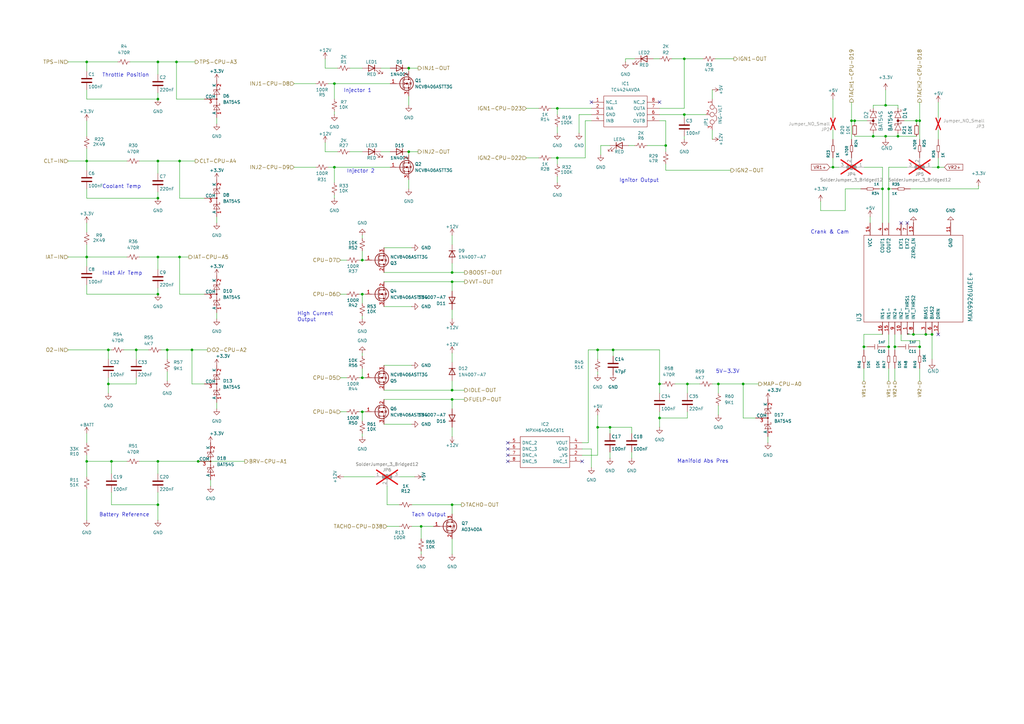
<source format=kicad_sch>
(kicad_sch (version 20231120) (generator "eeschema") (generator_version "8.0")
  (paper "A3")
  (title_block (title "NO2C STM32F") (date "2024-10-22") (rev "R01") (company "ICTAMKY") (comment 1 "Design by leevawns"))
  (lib_symbols
    (symbol "Device:C" (pin_numbers hide) (pin_names (offset 0.254))
      (property "Reference" "C" (at 0.635 2.54 0))
      (property "Value" "C" (at 0.635 -2.54 0))
      (symbol "C_1_1"
        (pin passive line (at 0 3.81 270) (length 2.794) (name "~") (number "1"))
        (pin passive line (at 0 -3.81 90) (length 2.794) (name "~") (number "2"))
      )
    )
    (symbol "Device:D" (pin_numbers hide) (pin_names (offset 1.016) hide)
      (property "Reference" "D" (at 0 2.54 0))
      (property "Value" "D" (at 0 -2.54 0))
      (symbol "D_1_1"
        (pin passive line (at -3.81 0 0) (length 2.54) (name "K") (number "1"))
        (pin passive line (at 3.81 0 180) (length 2.54) (name "A") (number "2"))
      )
    )
    (symbol "Device:LED" (pin_numbers hide) (pin_names (offset 1.016) hide)
      (property "Reference" "D" (at 0 2.54 0))
      (property "Value" "LED" (at 0 -2.54 0))
      (symbol "LED_1_1"
        (pin passive line (at -3.81 0 0) (length 2.54) (name "K") (number "1"))
        (pin passive line (at 3.81 0 180) (length 2.54) (name "A") (number "2"))
      )
    )
    (symbol "Device:Q_NMOS_GDS" (pin_names (offset 0) hide)
      (property "Reference" "Q" (at 5.08 1.27 0))
      (property "Value" "Q_NMOS_GDS" (at 5.08 -1.27 0))
      (symbol "Q_NMOS_GDS_1_1"
        (pin input line (at -5.08 0 0) (length 2.54) (name "G") (number "1"))
        (pin passive line (at 2.54 5.08 270) (length 2.54) (name "D") (number "2"))
        (pin passive line (at 2.54 -5.08 90) (length 2.54) (name "S") (number "3"))
      )
    )
    (symbol "Device:R_Small" (pin_numbers hide) (pin_names (offset 0.254) hide)
      (property "Reference" "R" (at 0.762 0.508 0))
      (property "Value" "R_Small" (at 0.762 -1.016 0))
      (symbol "R_Small_1_1"
        (pin passive line (at 0 2.54 270) (length 0.762) (name "~") (number "1"))
        (pin passive line (at 0 -2.54 90) (length 0.762) (name "~") (number "2"))
      )
    )
    (symbol "Device:R_Small_US" (pin_numbers hide) (pin_names (offset 0.254) hide)
      (property "Reference" "R" (at 0.762 0.508 0))
      (property "Value" "R_Small_US" (at 0.762 -1.016 0))
      (symbol "R_Small_US_1_1"
        (pin passive line (at 0 2.54 270) (length 1.016) (name "~") (number "1"))
        (pin passive line (at 0 -2.54 90) (length 1.016) (name "~") (number "2"))
      )
    )
    (symbol "Diode:BAT54S" (pin_names (offset 0))
      (property "Reference" "D" (at 2.54 -5.08 0))
      (property "Value" "BAT54S" (at -6.35 3.175 0))
      (symbol "BAT54S_1_1"
        (pin passive line (at -7.62 0 0) (length 3.81) (name "A") (number "1"))
        (pin passive line (at 7.62 0 180) (length 3.81) (name "K") (number "2"))
        (pin passive line (at 0 -5.08 90) (length 5.08) (name "COM") (number "3"))
      )
    )
    (symbol "ICTAMKY:1N4007-A7" (pin_numbers hide) (pin_names (offset 1.016) hide)
      (property "Reference" "D" (at 0 2.54 0))
      (property "Value" "1N4007-A7" (at 0 -2.54 0))
      (symbol "1N4007-A7_1_1"
        (pin passive line (at -3.81 0 0) (length 2.54) (name "K") (number "1"))
        (pin passive line (at 3.81 0 180) (length 2.54) (name "A") (number "2"))
      )
    )
    (symbol "NO2C-rescue:Jumper_NC_Dual-Device" (pin_names (offset 0.762) hide)
      (property "Reference" "JP" (at 1.27 -2.54 0))
      (property "Value" "Device_Jumper_NC_Dual" (at 0 2.54 0))
      (symbol "Jumper_NC_Dual-Device_0_1"
        (pin passive line (at -6.35 0 0) (length 2.413) (name "1") (number "1"))
        (pin passive line (at 0 -2.54 90) (length 1.524) (name "2") (number "2"))
        (pin passive line (at 6.35 0 180) (length 2.413) (name "3") (number "3"))
      )
    )
    (symbol "SamacSys_Parts:MPXH6400AC6T1" (pin_names (offset 0.762))
      (property "Reference" "IC" (at 26.67 7.62 0))
      (property "Value" "MPXH6400AC6T1" (at 26.67 5.08 0))
      (symbol "MPXH6400AC6T1_0_0"
        (pin passive line (at 30.48 -7.62 180) (length 5.08) (name "DNC_1") (number "1"))
        (pin passive line (at 30.48 -5.08 180) (length 5.08) (name "_VS") (number "2"))
        (pin passive line (at 30.48 -2.54 180) (length 5.08) (name "GND") (number "3"))
        (pin passive line (at 30.48 0 180) (length 5.08) (name "VOUT") (number "4"))
        (pin passive line (at 0 0 0) (length 5.08) (name "DNC_2") (number "5"))
        (pin passive line (at 0 -2.54 0) (length 5.08) (name "DNC_3") (number "6"))
        (pin passive line (at 0 -5.08 0) (length 5.08) (name "DNC_4") (number "7"))
        (pin passive line (at 0 -7.62 0) (length 5.08) (name "DNC_5") (number "8"))
      )
    )
    (symbol "SamacSys_Parts:TC4424AVOA" (pin_names (offset 0.762))
      (property "Reference" "IC" (at 24.13 7.62 0))
      (property "Value" "TC4424AVOA" (at 24.13 5.08 0))
      (symbol "TC4424AVOA_0_0"
        (pin passive line (at 0 0 0) (length 5.08) (name "NC_1") (number "1"))
        (pin passive line (at 0 -2.54 0) (length 5.08) (name "INA") (number "2"))
        (pin passive line (at 0 -5.08 0) (length 5.08) (name "GND") (number "3"))
        (pin passive line (at 0 -7.62 0) (length 5.08) (name "INB") (number "4"))
        (pin passive line (at 27.94 -7.62 180) (length 5.08) (name "OUTB") (number "5"))
        (pin passive line (at 27.94 -5.08 180) (length 5.08) (name "VDD") (number "6"))
        (pin passive line (at 27.94 -2.54 180) (length 5.08) (name "OUTA") (number "7"))
        (pin passive line (at 27.94 0 180) (length 5.08) (name "NC_2") (number "8"))
      )
    )
    (symbol "Speeduino_base-eagle-import:BAT54S" (pin_names (offset 1.016))
      (property "Reference" "D" (at 0.762 2.0066 0))
      (property "Value" "BAT54S" (at -4.318 -3.9624 0))
      (symbol "BAT54S_1_0"
        (pin passive line (at -5.08 0 0) (length 0) (name "A1") (number "1"))
        (pin passive line (at 5.08 0 180) (length 0) (name "C2") (number "2"))
        (pin passive line (at 0 2.54 270) (length 2.54) (name "C1A2") (number "3"))
      )
    )
    (symbol "Speeduino_base-eagle-import:CERAMIC-1NF-50V-5%-C0G(0603)" (pin_names (offset 1.016))
      (property "Reference" "C" (at -3.81 1.27 0))
      (property "Value" "CERAMIC-1NF-50V-5%-C0G(0603)" (at -3.81 -2.54 0))
      (symbol "CERAMIC-1NF-50V-5%-C0G(0603)_1_0"
        (pin passive line (at -3.81 0 0) (length 2.54) (name "1") (number "1"))
        (pin passive line (at 3.81 0 180) (length 2.54) (name "2") (number "2"))
      )
    )
    (symbol "Speeduino_base-eagle-import:GND" (power) (pin_names (offset 1.016))
      (property "Value" "GND" (at -1.905 -3.175 0))
      (symbol "GND_1_0"
        (pin power_in line (at 0 2.54 270) (length 2.54) (name "GND") (number "1"))
      )
    )
    (symbol "Speeduino_base-eagle-import:MAX9926UAEE+" (pin_names (offset 1.016))
      (property "Reference" "U" (at -17.78 21.3106 0))
      (property "Value" "MAX9926UAEE+" (at -17.78 -24.3332 0))
      (symbol "MAX9926UAEE+_1_0"
        (pin input line (at -22.86 2.54 0) (length 5.08) (name "INT_THRS1") (number "1"))
        (pin input line (at -22.86 5.08 0) (length 5.08) (name "IN2-") (number "10"))
        (pin power_in line (at 22.86 -15.24 180) (length 5.08) (name "GND") (number "11"))
        (pin bidirectional line (at -22.86 -10.16 0) (length 5.08) (name "DIRN") (number "12"))
        (pin bidirectional line (at 22.86 0 180) (length 5.08) (name "ZERO_EN") (number "13"))
        (pin power_in line (at 22.86 17.78 180) (length 5.08) (name "VCC") (number "14"))
        (pin input line (at -22.86 10.16 0) (length 5.08) (name "IN1-") (number "15"))
        (pin input line (at -22.86 12.7 0) (length 5.08) (name "IN1+") (number "16"))
        (pin bidirectional line (at 22.86 5.08 180) (length 5.08) (name "EXT1") (number "2"))
        (pin bidirectional line (at -22.86 -5.08 0) (length 5.08) (name "BIAS1") (number "3"))
        (pin output line (at 22.86 12.7 180) (length 5.08) (name "COUT1") (number "4"))
        (pin output line (at 22.86 10.16 180) (length 5.08) (name "COUT2") (number "5"))
        (pin bidirectional line (at -22.86 -7.62 0) (length 5.08) (name "BIAS2") (number "6"))
        (pin bidirectional line (at 22.86 2.54 180) (length 5.08) (name "EXT2") (number "7"))
        (pin input line (at -22.86 0 0) (length 5.08) (name "INT_THRS2") (number "8"))
        (pin input line (at -22.86 7.62 0) (length 5.08) (name "IN2+") (number "9"))
      )
    )
    (symbol "Speeduino_base-eagle-import:SMD-RES-470R-5%-1_10W(0603)" (pin_names (offset 1.016))
      (property "Reference" "R" (at -3.81 1.27 0))
      (property "Value" "SMD-RES-470R-5%-1_10W(0603)" (at -3.81 -2.54 0))
      (symbol "SMD-RES-470R-5%-1_10W(0603)_1_0"
        (pin passive line (at -3.81 0 0) (length 2.54) (name "1") (number "1"))
        (pin passive line (at 3.81 0 180) (length 2.54) (name "2") (number "2"))
      )
    )
    (symbol "Speeduino_base-rescue:Jumper_NO_Small-Device" (pin_numbers hide) (pin_names (offset 0.762) hide)
      (property "Reference" "JP" (at 0 2.032 0))
      (property "Value" "Device_Jumper_NO_Small" (at 0.254 -1.524 0))
      (symbol "Jumper_NO_Small-Device_0_1"
        (pin passive line (at -2.54 0 0) (length 1.016) (name "1") (number "1"))
        (pin passive line (at 2.54 0 180) (length 1.016) (name "2") (number "2"))
      )
    )
    (symbol "Speeduino_base-rescue:SolderJumper_3_Bridged12-Jumper" (pin_names (offset 0) hide)
      (property "Reference" "JP" (at -2.54 -2.54 0))
      (property "Value" "Jumper_SolderJumper_3_Bridged12" (at 0 2.794 0))
      (symbol "SolderJumper_3_Bridged12-Jumper_1_1"
        (pin passive line (at -5.08 0 0) (length 2.54) (name "A") (number "1"))
        (pin input line (at 0 -3.81 90) (length 2.54) (name "C") (number "2"))
        (pin passive line (at 5.08 0 180) (length 2.54) (name "B") (number "3"))
      )
    )
    (symbol "Transistor_FET:AO3400A" (pin_names hide)
      (property "Reference" "Q" (at 5.08 1.905 0))
      (property "Value" "AO3400A" (at 5.08 0 0))
      (symbol "AO3400A_1_1"
        (pin input line (at -5.08 0 0) (length 2.54) (name "G") (number "1"))
        (pin passive line (at 2.54 -5.08 90) (length 2.54) (name "S") (number "2"))
        (pin passive line (at 2.54 5.08 270) (length 2.54) (name "D") (number "3"))
      )
    )
    (symbol "power:+12V" (power) (pin_numbers hide) (pin_names (offset 0) hide)
      (property "Value" "+12V" (at 0 3.556 0))
      (symbol "+12V_1_1"
        (pin power_in line (at 0 0 90) (length 0) (name "~") (number "1"))
      )
    )
    (symbol "power:+3.3V" (power) (pin_numbers hide) (pin_names (offset 0) hide)
      (property "Value" "+3.3V" (at 0 3.556 0))
      (symbol "+3.3V_1_1"
        (pin power_in line (at 0 0 90) (length 0) (name "~") (number "1"))
      )
    )
    (symbol "power:+5V" (power) (pin_numbers hide) (pin_names (offset 0) hide)
      (property "Value" "+5V" (at 0 3.556 0))
      (symbol "+5V_1_1"
        (pin power_in line (at 0 0 90) (length 0) (name "~") (number "1"))
      )
    )
    (symbol "power:+BATT" (power) (pin_names (offset 0))
      (property "Value" "+BATT" (at 0 3.556 0))
      (symbol "+BATT_1_1"
        (pin power_in line (at 0 0 90) (length 0) hide (name "+BATT") (number "1"))
      )
    )
    (symbol "power:GND" (power) (pin_numbers hide) (pin_names (offset 0) hide)
      (property "Value" "GND" (at 0 -3.81 0))
      (symbol "GND_1_1"
        (pin power_in line (at 0 0 270) (length 0) (name "~") (number "1"))
      )
    )
  )
  (junction (at 72.39 25.4))
  (junction (at 137.16 68.58))
  (junction (at 245.11 143.51))
  (junction (at 377.19 142.24))
  (junction (at 64.77 81.28))
  (junction (at 81.28 189.23))
  (junction (at 363.22 55.88))
  (junction (at 364.49 142.24))
  (junction (at 64.77 120.65))
  (junction (at 379.73 137.16))
  (junction (at 167.64 27.94))
  (junction (at 35.56 189.23))
  (junction (at 73.66 66.04))
  (junction (at 374.65 137.16))
  (junction (at 64.77 66.04))
  (junction (at 185.42 111.76))
  (junction (at 35.56 105.41))
  (junction (at 361.95 77.47))
  (junction (at 64.77 105.41))
  (junction (at 382.27 137.16))
  (junction (at 55.88 143.51))
  (junction (at 172.72 215.9))
  (junction (at 185.42 160.02))
  (junction (at 368.3 55.88))
  (junction (at 148.59 120.65))
  (junction (at 367.03 142.24))
  (junction (at 304.8 157.48))
  (junction (at 341.63 68.58))
  (junction (at 228.6 44.45))
  (junction (at 245.11 175.26))
  (junction (at 64.77 207.01))
  (junction (at 44.45 157.48))
  (junction (at 250.19 175.26))
  (junction (at 363.22 43.18))
  (junction (at 64.77 189.23))
  (junction (at 358.14 55.88))
  (junction (at 137.16 34.29))
  (junction (at 251.46 143.51))
  (junction (at 294.64 157.48))
  (junction (at 45.72 189.23))
  (junction (at 349.25 49.53))
  (junction (at 185.42 207.01))
  (junction (at 148.59 154.94))
  (junction (at 148.59 106.68))
  (junction (at 148.59 168.91))
  (junction (at 375.92 49.53))
  (junction (at 64.77 25.4))
  (junction (at 68.58 143.51))
  (junction (at 350.52 49.53))
  (junction (at 354.33 142.24))
  (junction (at 273.05 59.69))
  (junction (at 280.67 24.13))
  (junction (at 35.56 25.4))
  (junction (at 78.74 143.51))
  (junction (at 364.49 77.47))
  (junction (at 280.67 46.99))
  (junction (at 185.42 163.83))
  (junction (at 384.81 68.58))
  (junction (at 377.19 49.53))
  (junction (at 270.51 157.48))
  (junction (at 44.45 143.51))
  (junction (at 35.56 66.04))
  (junction (at 281.94 157.48))
  (junction (at 185.42 115.57))
  (junction (at 167.64 62.23))
  (junction (at 270.51 171.45))
  (junction (at 228.6 64.77))
  (junction (at 64.77 40.64))
  (junction (at 73.66 105.41))
  (no_connect (at 208.28 181.61))
  (no_connect (at 208.28 189.23))
  (no_connect (at 238.76 189.23))
  (no_connect (at 270.51 41.91))
  (no_connect (at 384.81 137.16))
  (no_connect (at 208.28 186.69))
  (no_connect (at 369.57 91.44))
  (no_connect (at 372.11 91.44))
  (no_connect (at 208.28 184.15))
  (no_connect (at 242.57 41.91))
  (wire (pts (xy 189.23 207.01) (xy 185.42 207.01)))
  (wire (pts (xy 271.78 157.48) (xy 270.51 157.48)))
  (wire (pts (xy 354.33 142.24) (xy 354.33 143.51)))
  (wire (pts (xy 250.19 177.8) (xy 250.19 175.26)))
  (wire (pts (xy 139.7 168.91) (xy 142.24 168.91)))
  (wire (pts (xy 369.57 137.16) (xy 369.57 139.7)))
  (wire (pts (xy 346.71 86.36) (xy 346.71 77.47)))
  (wire (pts (xy 168.91 207.01) (xy 185.42 207.01)))
  (wire (pts (xy 185.42 130.81) (xy 185.42 127)))
  (wire (pts (xy 185.42 167.64) (xy 185.42 163.83)))
  (wire (pts (xy 355.6 49.53) (xy 350.52 49.53)))
  (wire (pts (xy 257.81 59.69) (xy 260.35 59.69)))
  (wire (pts (xy 86.36 196.85) (xy 86.36 199.39)))
  (wire (pts (xy 148.59 146.05) (xy 148.59 144.78)))
  (wire (pts (xy 185.42 111.76) (xy 190.5 111.76)))
  (wire (pts (xy 270.51 143.51) (xy 251.46 143.51)))
  (wire (pts (xy 157.48 125.73) (xy 168.91 125.73)))
  (wire (pts (xy 55.88 143.51) (xy 55.88 147.32)))
  (wire (pts (xy 35.56 81.28) (xy 64.77 81.28)))
  (wire (pts (xy 168.91 101.6) (xy 157.48 101.6)))
  (wire (pts (xy 273.05 69.85) (xy 299.72 69.85)))
  (wire (pts (xy 294.64 157.48) (xy 304.8 157.48)))
  (wire (pts (xy 270.51 46.99) (xy 280.67 46.99)))
  (wire (pts (xy 242.57 184.15) (xy 242.57 191.77)))
  (wire (pts (xy 355.6 142.24) (xy 354.33 142.24)))
  (wire (pts (xy 44.45 161.29) (xy 44.45 157.48)))
  (wire (pts (xy 185.42 119.38) (xy 185.42 115.57)))
  (wire (pts (xy 226.06 64.77) (xy 228.6 64.77)))
  (wire (pts (xy 387.35 68.58) (xy 384.81 68.58)))
  (wire (pts (xy 55.88 154.94) (xy 55.88 157.48)))
  (wire (pts (xy 88.9 165.1) (xy 88.9 167.64)))
  (wire (pts (xy 139.7 120.65) (xy 142.24 120.65)))
  (wire (pts (xy 185.42 115.57) (xy 190.5 115.57)))
  (wire (pts (xy 35.56 105.41) (xy 35.56 109.22)))
  (wire (pts (xy 363.22 55.88) (xy 358.14 55.88)))
  (wire (pts (xy 35.56 81.28) (xy 35.56 77.47)))
  (wire (pts (xy 55.88 143.51) (xy 60.96 143.51)))
  (wire (pts (xy 304.8 157.48) (xy 311.15 157.48)))
  (wire (pts (xy 292.1 157.48) (xy 294.64 157.48)))
  (wire (pts (xy 375.92 142.24) (xy 377.19 142.24)))
  (wire (pts (xy 314.96 179.07) (xy 314.96 181.61)))
  (wire (pts (xy 168.91 215.9) (xy 172.72 215.9)))
  (wire (pts (xy 147.32 106.68) (xy 148.59 106.68)))
  (wire (pts (xy 78.74 143.51) (xy 85.09 143.51)))
  (wire (pts (xy 143.51 62.23) (xy 148.59 62.23)))
  (wire (pts (xy 45.72 189.23) (xy 45.72 194.31)))
  (wire (pts (xy 172.72 215.9) (xy 172.72 220.98)))
  (wire (pts (xy 157.48 160.02) (xy 185.42 160.02)))
  (wire (pts (xy 358.14 43.18) (xy 358.14 44.45)))
  (wire (pts (xy 368.3 54.61) (xy 368.3 55.88)))
  (wire (pts (xy 133.35 62.23) (xy 138.43 62.23)))
  (wire (pts (xy 341.63 40.64) (xy 341.63 48.26)))
  (wire (pts (xy 45.72 189.23) (xy 52.07 189.23)))
  (wire (pts (xy 35.56 66.04) (xy 35.56 69.85)))
  (wire (pts (xy 346.71 77.47) (xy 353.06 77.47)))
  (wire (pts (xy 35.56 120.65) (xy 35.56 116.84)))
  (wire (pts (xy 157.48 173.99) (xy 168.91 173.99)))
  (wire (pts (xy 270.51 171.45) (xy 281.94 171.45)))
  (wire (pts (xy 167.64 62.23) (xy 167.64 63.5)))
  (wire (pts (xy 35.56 49.53) (xy 35.56 55.88)))
  (wire (pts (xy 401.32 76.2) (xy 401.32 77.47)))
  (wire (pts (xy 377.19 142.24) (xy 377.19 143.51)))
  (wire (pts (xy 88.9 88.9) (xy 88.9 91.44)))
  (wire (pts (xy 240.03 49.53) (xy 242.57 49.53)))
  (wire (pts (xy 379.73 137.16) (xy 382.27 137.16)))
  (wire (pts (xy 241.3 181.61) (xy 241.3 143.51)))
  (wire (pts (xy 377.19 41.91) (xy 377.19 49.53)))
  (wire (pts (xy 64.77 207.01) (xy 64.77 201.93)))
  (wire (pts (xy 228.6 44.45) (xy 228.6 46.99)))
  (wire (pts (xy 158.75 215.9) (xy 163.83 215.9)))
  (wire (pts (xy 238.76 181.61) (xy 241.3 181.61)))
  (wire (pts (xy 250.19 175.26) (xy 245.11 175.26)))
  (wire (pts (xy 27.94 25.4) (xy 35.56 25.4)))
  (wire (pts (xy 336.55 82.55) (xy 336.55 86.36)))
  (wire (pts (xy 68.58 143.51) (xy 78.74 143.51)))
  (wire (pts (xy 88.9 128.27) (xy 88.9 130.81)))
  (wire (pts (xy 280.67 57.15) (xy 280.67 55.88)))
  (wire (pts (xy 382.27 147.32) (xy 382.27 137.16)))
  (wire (pts (xy 35.56 100.33) (xy 35.56 105.41)))
  (wire (pts (xy 53.34 25.4) (xy 64.77 25.4)))
  (wire (pts (xy 273.05 49.53) (xy 273.05 59.69)))
  (wire (pts (xy 133.35 58.42) (xy 133.35 62.23)))
  (wire (pts (xy 350.52 50.8) (xy 350.52 49.53)))
  (wire (pts (xy 256.54 24.13) (xy 256.54 25.4)))
  (wire (pts (xy 358.14 54.61) (xy 358.14 55.88)))
  (wire (pts (xy 35.56 25.4) (xy 35.56 29.21)))
  (wire (pts (xy 88.9 48.26) (xy 88.9 50.8)))
  (wire (pts (xy 270.51 157.48) (xy 270.51 143.51)))
  (wire (pts (xy 185.42 160.02) (xy 190.5 160.02)))
  (wire (pts (xy 228.6 74.93) (xy 228.6 72.39)))
  (wire (pts (xy 78.74 157.48) (xy 83.82 157.48)))
  (wire (pts (xy 251.46 143.51) (xy 251.46 146.05)))
  (wire (pts (xy 340.36 68.58) (xy 341.63 68.58)))
  (wire (pts (xy 281.94 157.48) (xy 287.02 157.48)))
  (wire (pts (xy 134.62 34.29) (xy 137.16 34.29)))
  (wire (pts (xy 241.3 143.51) (xy 245.11 143.51)))
  (wire (pts (xy 344.17 68.58) (xy 341.63 68.58)))
  (wire (pts (xy 215.9 64.77) (xy 220.98 64.77)))
  (wire (pts (xy 35.56 60.96) (xy 35.56 66.04)))
  (wire (pts (xy 44.45 157.48) (xy 55.88 157.48)))
  (wire (pts (xy 245.11 152.4) (xy 245.11 153.67)))
  (wire (pts (xy 238.76 184.15) (xy 242.57 184.15)))
  (wire (pts (xy 120.65 34.29) (xy 129.54 34.29)))
  (wire (pts (xy 35.56 25.4) (xy 48.26 25.4)))
  (wire (pts (xy 185.42 207.01) (xy 185.42 210.82)))
  (wire (pts (xy 360.68 77.47) (xy 361.95 77.47)))
  (wire (pts (xy 137.16 34.29) (xy 137.16 40.64)))
  (wire (pts (xy 377.19 49.53) (xy 377.19 57.15)))
  (wire (pts (xy 64.77 105.41) (xy 64.77 110.49)))
  (wire (pts (xy 245.11 175.26) (xy 245.11 170.18)))
  (wire (pts (xy 167.64 77.47) (xy 167.64 73.66)))
  (wire (pts (xy 35.56 105.41) (xy 52.07 105.41)))
  (wire (pts (xy 137.16 68.58) (xy 137.16 74.93)))
  (wire (pts (xy 294.64 161.29) (xy 294.64 157.48)))
  (wire (pts (xy 133.35 24.13) (xy 133.35 27.94)))
  (wire (pts (xy 270.51 49.53) (xy 273.05 49.53)))
  (wire (pts (xy 250.19 59.69) (xy 246.38 59.69)))
  (wire (pts (xy 368.3 55.88) (xy 363.22 55.88)))
  (wire (pts (xy 265.43 59.69) (xy 273.05 59.69)))
  (wire (pts (xy 64.77 40.64) (xy 64.77 38.1)))
  (wire (pts (xy 163.83 207.01) (xy 158.75 207.01)))
  (wire (pts (xy 245.11 143.51) (xy 245.11 147.32)))
  (wire (pts (xy 57.15 189.23) (xy 64.77 189.23)))
  (wire (pts (xy 341.63 57.15) (xy 341.63 53.34)))
  (wire (pts (xy 157.48 163.83) (xy 185.42 163.83)))
  (wire (pts (xy 35.56 186.69) (xy 35.56 189.23)))
  (wire (pts (xy 259.08 187.96) (xy 259.08 185.42)))
  (wire (pts (xy 133.35 27.94) (xy 138.43 27.94)))
  (wire (pts (xy 167.64 43.18) (xy 167.64 39.37)))
  (wire (pts (xy 292.1 40.64) (xy 292.1 36.83)))
  (wire (pts (xy 228.6 44.45) (xy 242.57 44.45)))
  (wire (pts (xy 259.08 175.26) (xy 250.19 175.26)))
  (wire (pts (xy 35.56 189.23) (xy 35.56 195.58)))
  (wire (pts (xy 270.51 44.45) (xy 280.67 44.45)))
  (wire (pts (xy 35.56 66.04) (xy 52.07 66.04)))
  (wire (pts (xy 185.42 96.52) (xy 185.42 100.33)))
  (wire (pts (xy 368.3 43.18) (xy 363.22 43.18)))
  (wire (pts (xy 148.59 168.91) (xy 148.59 172.72)))
  (wire (pts (xy 185.42 107.95) (xy 185.42 111.76)))
  (wire (pts (xy 365.76 77.47) (xy 364.49 77.47)))
  (wire (pts (xy 137.16 34.29) (xy 160.02 34.29)))
  (wire (pts (xy 185.42 156.21) (xy 185.42 160.02)))
  (wire (pts (xy 72.39 25.4) (xy 80.01 25.4)))
  (wire (pts (xy 370.84 49.53) (xy 375.92 49.53)))
  (wire (pts (xy 64.77 105.41) (xy 73.66 105.41)))
  (wire (pts (xy 83.82 81.28) (xy 73.66 81.28)))
  (wire (pts (xy 238.76 186.69) (xy 245.11 186.69)))
  (wire (pts (xy 148.59 168.91) (xy 149.86 168.91)))
  (wire (pts (xy 237.49 46.99) (xy 242.57 46.99)))
  (wire (pts (xy 147.32 120.65) (xy 148.59 120.65)))
  (wire (pts (xy 276.86 157.48) (xy 281.94 157.48)))
  (wire (pts (xy 68.58 147.32) (xy 68.58 143.51)))
  (wire (pts (xy 375.92 55.88) (xy 368.3 55.88)))
  (wire (pts (xy 350.52 49.53) (xy 349.25 49.53)))
  (wire (pts (xy 350.52 55.88) (xy 358.14 55.88)))
  (wire (pts (xy 228.6 64.77) (xy 228.6 67.31)))
  (wire (pts (xy 168.91 149.86) (xy 157.48 149.86)))
  (wire (pts (xy 139.7 106.68) (xy 142.24 106.68)))
  (wire (pts (xy 294.64 170.18) (xy 294.64 166.37)))
  (wire (pts (xy 137.16 80.01) (xy 137.16 81.28)))
  (wire (pts (xy 364.49 77.47) (xy 364.49 91.44)))
  (wire (pts (xy 260.35 24.13) (xy 256.54 24.13)))
  (wire (pts (xy 35.56 120.65) (xy 64.77 120.65)))
  (wire (pts (xy 68.58 156.21) (xy 68.58 152.4)))
  (wire (pts (xy 148.59 97.79) (xy 148.59 96.52)))
  (wire (pts (xy 373.38 77.47) (xy 401.32 77.47)))
  (wire (pts (xy 304.8 171.45) (xy 309.88 171.45)))
  (wire (pts (xy 246.38 59.69) (xy 246.38 63.5)))
  (wire (pts (xy 384.81 41.91) (xy 384.81 48.26)))
  (wire (pts (xy 367.03 142.24) (xy 367.03 143.51)))
  (wire (pts (xy 44.45 154.94) (xy 44.45 157.48)))
  (wire (pts (xy 375.92 49.53) (xy 377.19 49.53)))
  (wire (pts (xy 27.94 66.04) (xy 35.56 66.04)))
  (wire (pts (xy 363.22 142.24) (xy 364.49 142.24)))
  (wire (pts (xy 140.97 195.58) (xy 153.67 195.58)))
  (wire (pts (xy 148.59 154.94) (xy 149.86 154.94)))
  (wire (pts (xy 171.45 62.23) (xy 167.64 62.23)))
  (wire (pts (xy 27.94 143.51) (xy 44.45 143.51)))
  (wire (pts (xy 364.49 143.51) (xy 364.49 142.24)))
  (wire (pts (xy 354.33 137.16) (xy 354.33 142.24)))
  (wire (pts (xy 377.19 139.7) (xy 377.19 142.24)))
  (wire (pts (xy 270.51 168.91) (xy 270.51 171.45)))
  (wire (pts (xy 45.72 143.51) (xy 44.45 143.51)))
  (wire (pts (xy 336.55 86.36) (xy 346.71 86.36)))
  (wire (pts (xy 375.92 50.8) (xy 375.92 49.53)))
  (wire (pts (xy 73.66 105.41) (xy 77.47 105.41)))
  (wire (pts (xy 364.49 77.47) (xy 364.49 68.58)))
  (wire (pts (xy 259.08 177.8) (xy 259.08 175.26)))
  (wire (pts (xy 367.03 156.21) (xy 367.03 151.13)))
  (wire (pts (xy 143.51 27.94) (xy 148.59 27.94)))
  (wire (pts (xy 64.77 118.11) (xy 64.77 120.65)))
  (wire (pts (xy 64.77 78.74) (xy 64.77 81.28)))
  (wire (pts (xy 35.56 177.8) (xy 35.56 181.61)))
  (wire (pts (xy 35.56 36.83) (xy 35.56 40.64)))
  (wire (pts (xy 167.64 27.94) (xy 167.64 29.21)))
  (wire (pts (xy 304.8 157.48) (xy 304.8 171.45)))
  (wire (pts (xy 237.49 54.61) (xy 237.49 46.99)))
  (wire (pts (xy 64.77 66.04) (xy 73.66 66.04)))
  (wire (pts (xy 280.67 24.13) (xy 288.29 24.13)))
  (wire (pts (xy 293.37 24.13) (xy 300.99 24.13)))
  (wire (pts (xy 64.77 189.23) (xy 81.28 189.23)))
  (wire (pts (xy 57.15 66.04) (xy 64.77 66.04)))
  (wire (pts (xy 281.94 157.48) (xy 281.94 161.29)))
  (wire (pts (xy 73.66 105.41) (xy 73.66 120.65)))
  (wire (pts (xy 64.77 66.04) (xy 64.77 71.12)))
  (wire (pts (xy 384.81 57.15) (xy 384.81 53.34)))
  (wire (pts (xy 134.62 68.58) (xy 137.16 68.58)))
  (wire (pts (xy 137.16 68.58) (xy 160.02 68.58)))
  (wire (pts (xy 35.56 200.66) (xy 35.56 213.36)))
  (wire (pts (xy 270.51 157.48) (xy 270.51 161.29)))
  (wire (pts (xy 364.49 68.58) (xy 372.11 68.58)))
  (wire (pts (xy 280.67 48.26) (xy 280.67 46.99)))
  (wire (pts (xy 64.77 207.01) (xy 64.77 213.36)))
  (wire (pts (xy 185.42 220.98) (xy 185.42 227.33)))
  (wire (pts (xy 364.49 156.21) (xy 364.49 151.13)))
  (wire (pts (xy 73.66 66.04) (xy 73.66 81.28)))
  (wire (pts (xy 158.75 207.01) (xy 158.75 199.39)))
  (wire (pts (xy 280.67 24.13) (xy 275.59 24.13)))
  (wire (pts (xy 267.97 24.13) (xy 270.51 24.13)))
  (wire (pts (xy 35.56 91.44) (xy 35.56 95.25)))
  (wire (pts (xy 78.74 143.51) (xy 78.74 157.48)))
  (wire (pts (xy 363.22 36.83) (xy 363.22 43.18)))
  (wire (pts (xy 171.45 27.94) (xy 167.64 27.94)))
  (wire (pts (xy 35.56 189.23) (xy 45.72 189.23)))
  (wire (pts (xy 361.95 77.47) (xy 361.95 91.44)))
  (wire (pts (xy 368.3 142.24) (xy 367.03 142.24)))
  (wire (pts (xy 83.82 40.64) (xy 72.39 40.64)))
  (wire (pts (xy 148.59 120.65) (xy 149.86 120.65)))
  (wire (pts (xy 27.94 105.41) (xy 35.56 105.41)))
  (wire (pts (xy 341.63 68.58) (xy 341.63 64.77)))
  (wire (pts (xy 83.82 120.65) (xy 73.66 120.65)))
  (wire (pts (xy 172.72 215.9) (xy 177.8 215.9)))
  (wire (pts (xy 163.83 195.58) (xy 170.18 195.58)))
  (wire (pts (xy 273.05 67.31) (xy 273.05 69.85)))
  (wire (pts (xy 64.77 25.4) (xy 64.77 30.48)))
  (wire (pts (xy 280.67 46.99) (xy 289.56 46.99)))
  (wire (pts (xy 120.65 68.58) (xy 129.54 68.58)))
  (wire (pts (xy 64.77 189.23) (xy 64.77 194.31)))
  (wire (pts (xy 281.94 168.91) (xy 281.94 171.45)))
  (wire (pts (xy 160.02 27.94) (xy 156.21 27.94)))
  (wire (pts (xy 185.42 144.78) (xy 185.42 148.59)))
  (wire (pts (xy 382.27 68.58) (xy 384.81 68.58)))
  (wire (pts (xy 72.39 40.64) (xy 72.39 25.4)))
  (wire (pts (xy 157.48 115.57) (xy 185.42 115.57)))
  (wire (pts (xy 157.48 111.76) (xy 185.42 111.76)))
  (wire (pts (xy 226.06 44.45) (xy 228.6 44.45)))
  (wire (pts (xy 57.15 105.41) (xy 64.77 105.41)))
  (wire (pts (xy 148.59 177.8) (xy 148.59 179.07)))
  (wire (pts (xy 245.11 186.69) (xy 245.11 175.26)))
  (wire (pts (xy 356.87 88.9) (xy 356.87 91.44)))
  (wire (pts (xy 148.59 154.94) (xy 148.59 151.13)))
  (wire (pts (xy 73.66 66.04) (xy 80.01 66.04)))
  (wire (pts (xy 270.51 175.26) (xy 270.51 171.45)))
  (wire (pts (xy 240.03 64.77) (xy 240.03 49.53)))
  (wire (pts (xy 364.49 137.16) (xy 364.49 142.24)))
  (wire (pts (xy 368.3 44.45) (xy 368.3 43.18)))
  (wire (pts (xy 148.59 106.68) (xy 149.86 106.68)))
  (wire (pts (xy 139.7 154.94) (xy 142.24 154.94)))
  (wire (pts (xy 228.6 64.77) (xy 240.03 64.77)))
  (wire (pts (xy 215.9 44.45) (xy 220.98 44.45)))
  (wire (pts (xy 147.32 168.91) (xy 148.59 168.91)))
  (wire (pts (xy 185.42 179.07) (xy 185.42 175.26)))
  (wire (pts (xy 35.56 40.64) (xy 64.77 40.64)))
  (wire (pts (xy 64.77 25.4) (xy 72.39 25.4)))
  (wire (pts (xy 354.33 68.58) (xy 361.95 68.58)))
  (wire (pts (xy 185.42 163.83) (xy 190.5 163.83)))
  (wire (pts (xy 361.95 137.16) (xy 354.33 137.16)))
  (wire (pts (xy 377.19 156.21) (xy 377.19 151.13)))
  (wire (pts (xy 148.59 129.54) (xy 148.59 130.81)))
  (wire (pts (xy 147.32 154.94) (xy 148.59 154.94)))
  (wire (pts (xy 228.6 54.61) (xy 228.6 52.07)))
  (wire (pts (xy 44.45 143.51) (xy 44.45 147.32)))
  (wire (pts (xy 349.25 41.91) (xy 349.25 49.53)))
  (wire (pts (xy 45.72 207.01) (xy 45.72 201.93)))
  (wire (pts (xy 369.57 139.7) (xy 377.19 139.7)))
  (wire (pts (xy 349.25 57.15) (xy 349.25 49.53)))
  (wire (pts (xy 66.04 143.51) (xy 68.58 143.51)))
  (wire (pts (xy 361.95 68.58) (xy 361.95 77.47)))
  (wire (pts (xy 374.65 137.16) (xy 379.73 137.16)))
  (wire (pts (xy 280.67 44.45) (xy 280.67 24.13)))
  (wire (pts (xy 137.16 45.72) (xy 137.16 46.99)))
  (wire (pts (xy 81.28 189.23) (xy 100.33 189.23)))
  (wire (pts (xy 367.03 137.16) (xy 367.03 142.24)))
  (wire (pts (xy 354.33 156.21) (xy 354.33 151.13)))
  (wire (pts (xy 148.59 102.87) (xy 148.59 106.68)))
  (wire (pts (xy 148.59 120.65) (xy 148.59 124.46)))
  (wire (pts (xy 273.05 59.69) (xy 273.05 62.23)))
  (wire (pts (xy 45.72 207.01) (xy 64.77 207.01)))
  (wire (pts (xy 160.02 62.23) (xy 156.21 62.23)))
  (wire (pts (xy 292.1 53.34) (xy 292.1 57.15)))
  (wire (pts (xy 384.81 68.58) (xy 384.81 64.77)))
  (wire (pts (xy 245.11 143.51) (xy 251.46 143.51)))
  (wire (pts (xy 250.19 187.96) (xy 250.19 185.42)))
  (wire (pts (xy 363.22 43.18) (xy 358.14 43.18)))
  (wire (pts (xy 50.8 143.51) (xy 55.88 143.51)))
  (wire (pts (xy 372.11 137.16) (xy 374.65 137.16)))
  (wire (pts (xy 172.72 226.06) (xy 172.72 227.33)))
  (text "Manifold Abs Pres" (at 288.29 189.23 0) (effects (font (size 1.524 1.524))))
  (text "Throttle Position" (at 41.91 31.75 0) (effects (font (size 1.524 1.524)) (justify left bottom)))
  (text "High Current\nOutput" (at 121.92 132.08 0) (effects (font (size 1.524 1.524)) (justify left bottom)))
  (text "Tach Output" (at 182.88 212.09 0) (effects (font (size 1.524 1.524)) (justify right bottom)))
  (text "5V-3.3V" (at 298.45 152.4 0) (effects (font (size 1.524 1.524))))
  (text "Injector 2" (at 142.24 71.12 0) (effects (font (size 1.524 1.524)) (justify left bottom)))
  (text "Battery Reference" (at 40.64 212.09 0) (effects (font (size 1.524 1.524)) (justify left bottom)))
  (text "Coolant Temp" (at 41.91 77.47 0) (effects (font (size 1.524 1.524)) (justify left bottom)))
  (text "Ignitor Output" (at 254 74.93 0) (effects (font (size 1.524 1.524)) (justify left bottom)))
  (text "Crank & Cam" (at 340.36 95.25 0) (effects (font (size 1.524 1.524))))
  (text "Injector 1" (at 140.97 38.1 0) (effects (font (size 1.524 1.524)) (justify left bottom)))
  (text "Inlet Air Temp" (at 41.91 113.03 0) (effects (font (size 1.524 1.524)) (justify left bottom)))
  (label "GND" (at 372.11 137.16 0) (effects (font (size 0.254 0.254))))
  (global_label "VR1+" (shape input) (at 340.36 68.58 180) (property "Intersheetrefs" "${INTERSHEET_REFS}" (effects (hide yes))))
  (global_label "VR2+" (shape input) (at 387.35 68.58 0) (property "Intersheetrefs" "${INTERSHEET_REFS}" (effects (hide yes))))
  (hierarchical_label "TACH1-CPU-D19" (shape output) (at 349.25 41.91 90) (effects (font (size 1.524 1.524))))
  (hierarchical_label "TACH2-CPU-D18" (shape output) (at 377.19 41.91 90) (effects (font (size 1.524 1.524))))
  (hierarchical_label "MAP-CPU-A0" (shape output) (at 311.15 157.48 0) (effects (font (size 1.524 1.524))))
  (hierarchical_label "IAT-IN" (shape input) (at 27.94 105.41 180) (effects (font (size 1.524 1.524))))
  (hierarchical_label "IGN2-OUT" (shape output) (at 299.72 69.85 0) (effects (font (size 1.524 1.524))))
  (hierarchical_label "CLT-CPU-A4" (shape output) (at 80.01 66.04 0) (effects (font (size 1.524 1.524))))
  (hierarchical_label "VR1+" (shape input) (at 354.33 156.21 270))
  (hierarchical_label "BOOST-OUT" (shape output) (at 190.5 111.76 0) (effects (font (size 1.524 1.524))))
  (hierarchical_label "CPU-D6" (shape input) (at 139.7 120.65 180) (effects (font (size 1.524 1.524))))
  (hierarchical_label "O2-IN" (shape input) (at 27.94 143.51 180) (effects (font (size 1.524 1.524))))
  (hierarchical_label "FUELP-OUT" (shape output) (at 190.5 163.83 0) (effects (font (size 1.524 1.524))))
  (hierarchical_label "VR2-" (shape input) (at 377.19 156.21 270))
  (hierarchical_label "IGN1-CPU-D23" (shape input) (at 215.9 44.45 180) (effects (font (size 1.524 1.524))))
  (hierarchical_label "TACHO-CPU-D38" (shape input) (at 158.75 215.9 180) (effects (font (size 1.524 1.524))))
  (hierarchical_label "BRV-CPU-A1" (shape output) (at 100.33 189.23 0) (effects (font (size 1.524 1.524))))
  (hierarchical_label "CPU-D7" (shape input) (at 139.7 106.68 180) (effects (font (size 1.524 1.524))))
  (hierarchical_label "CPU-D4" (shape input) (at 139.7 168.91 180) (effects (font (size 1.524 1.524))))
  (hierarchical_label "IDLE-OUT" (shape output) (at 190.5 160.02 0) (effects (font (size 1.524 1.524))))
  (hierarchical_label "VR1-" (shape input) (at 364.49 156.21 270))
  (hierarchical_label "INJ2-CPU-D9" (shape input) (at 120.65 68.58 180) (effects (font (size 1.524 1.524))))
  (hierarchical_label "IAT-CPU-A5" (shape output) (at 77.47 105.41 0) (effects (font (size 1.524 1.524))))
  (hierarchical_label "IGN1-OUT" (shape output) (at 300.99 24.13 0) (effects (font (size 1.524 1.524))))
  (hierarchical_label "O2-CPU-A2" (shape output) (at 85.09 143.51 0) (effects (font (size 1.524 1.524))))
  (hierarchical_label "TPS-IN" (shape input) (at 27.94 25.4 180) (effects (font (size 1.524 1.524))))
  (hierarchical_label "INJ1-OUT" (shape output) (at 171.45 27.94 0) (effects (font (size 1.524 1.524))))
  (hierarchical_label "TPS-CPU-A3" (shape output) (at 80.01 25.4 0) (effects (font (size 1.524 1.524))))
  (hierarchical_label "CPU-D5" (shape input) (at 139.7 154.94 180) (effects (font (size 1.524 1.524))))
  (hierarchical_label "TACHO-OUT" (shape output) (at 189.23 207.01 0) (effects (font (size 1.524 1.524))))
  (hierarchical_label "IGN2-CPU-D22" (shape input) (at 215.9 64.77 180) (effects (font (size 1.524 1.524))))
  (hierarchical_label "INJ1-CPU-D8" (shape input) (at 120.65 34.29 180) (effects (font (size 1.524 1.524))))
  (hierarchical_label "INJ2-OUT" (shape output) (at 171.45 62.23 0) (effects (font (size 1.524 1.524))))
  (hierarchical_label "VR2+" (shape input) (at 367.03 156.21 270))
  (hierarchical_label "VVT-OUT" (shape output) (at 190.5 115.57 0) (effects (font (size 1.524 1.524))))
  (hierarchical_label "CLT-IN" (shape input) (at 27.94 66.04 180) (effects (font (size 1.524 1.524))))
  (symbol (lib_id "Device:R_Small_US") (at 35.56 97.79 0) (unit 1)
    (property "Reference" "R9" (at 40.64 96.52 0))
    (property "Value" "2K49" (at 40.64 98.552 0))
    (property "Footprint" "Resistor_SMD:R_0603_1608Metric" (effects (hide yes)))
    (property "LCSC Part" "C22908" (effects (hide yes)))
  )
  (symbol (lib_id "Device:C") (at 45.72 198.12 0) (unit 1)
    (property "Reference" "C19" (at 46.355 195.58 0) (effects (justify left)))
    (property "Value" "100nF" (at 46.355 200.66 0) (effects (justify left)))
    (property "Footprint" "Capacitor_SMD:C_0603_1608Metric" (effects (hide yes)))
    (property "LCSC Part" "C14663" (effects (hide yes)))
    (property "MPN" "CC0603KRX7R9BB104" (effects (hide yes)))
  )
  (symbol (lib_id "Device:C") (at 64.77 198.12 0) (unit 1)
    (property "Reference" "C20" (at 65.405 195.58 0) (effects (justify left)))
    (property "Value" "220nF" (at 65.405 200.66 0) (effects (justify left)))
    (property "Footprint" "Capacitor_SMD:C_0603_1608Metric" (effects (hide yes)))
    (property "LCSC Part" "C107083" (effects (hide yes)))
    (property "MPN" "CC0603KRX7R9BB224" (effects (hide yes)))
  )
  (symbol (lib_id "Device:R_Small_US") (at 35.56 184.15 0) (unit 1)
    (property "Reference" "R10" (at 30.48 186.182 0))
    (property "Value" "33K" (at 30.48 184.15 0))
    (property "Footprint" "Resistor_SMD:R_0603_1608Metric" (effects (hide yes)))
    (property "LCSC Part" "C4216" (effects (hide yes)))
  )
  (symbol (lib_id "Device:C") (at 250.19 181.61 0) (unit 1)
    (property "Reference" "C17" (at 250.825 179.07 0) (effects (justify left)))
    (property "Value" "100nF" (at 250.825 184.15 0) (effects (justify left)))
    (property "Footprint" "Capacitor_SMD:C_0603_1608Metric" (effects (hide yes)))
    (property "LCSC Part" "C14663" (effects (hide yes)))
    (property "MPN" "CC0603KRX7R9BB104" (effects (hide yes)))
  )
  (symbol (lib_id "Device:C") (at 259.08 181.61 0) (unit 1)
    (property "Reference" "C18" (at 259.715 179.07 0) (effects (justify left)))
    (property "Value" "100nF" (at 259.715 184.15 0) (effects (justify left)))
    (property "Footprint" "Capacitor_SMD:C_0603_1608Metric" (effects (hide yes)))
    (property "LCSC Part" "C14663" (effects (hide yes)))
    (property "MPN" "CC0603KRX7R9BB104" (effects (hide yes)))
  )
  (symbol (lib_id "power:+12V") (at 133.35 24.13 0) (unit 1)
    (property "Reference" "#PWR044" (effects (hide yes)))
    (property "Value" "+12V" (at 133.35 20.574 0))
  )
  (symbol (lib_id "Device:R_Small_US") (at 140.97 27.94 270) (unit 1)
    (property "Reference" "R1" (at 140.97 25.4 90))
    (property "Value" "2K" (at 140.97 23.368 90))
    (property "Footprint" "Resistor_SMD:R_0603_1608Metric" (effects (hide yes)))
    (property "LCSC Part" "C22975" (effects (hide yes)))
  )
  (symbol (lib_id "Device:LED") (at 152.4 27.94 0) (mirror y) (unit 1)
    (property "Reference" "LED1" (at 152.4 25.4 0))
    (property "Value" "RED" (at 152.4 30.48 0))
    (property "Footprint" "LED_SMD:LED_0805_2012Metric" (effects (hide yes)))
    (property "LCSC Part" "C84256" (effects (hide yes)))
    (property "MPN" "NCD0805R1" (effects (hide yes)))
  )
  (symbol (lib_id "Device:D") (at 163.83 27.94 0) (mirror y) (unit 1)
    (property "Reference" "D1" (at 163.83 25.4 0))
    (property "Value" "1N4004" (at 163.83 30.48 0))
    (property "Footprint" "Diode_SMD:D_SMA" (effects (hide yes)))
    (property "LCSC Part" "C727080" (effects (hide yes)))
    (property "MPN" "1N4004" (effects (hide yes)))
  )
  (symbol (lib_id "Device:R_Small_US") (at 262.89 59.69 270) (unit 1)
    (property "Reference" "R6" (at 262.89 56.642 90))
    (property "Value" "2K" (at 262.89 54.61 90))
    (property "Footprint" "Resistor_SMD:R_0603_1608Metric" (effects (hide yes)))
    (property "LCSC Part" "C22975" (effects (hide yes)))
  )
  (symbol (lib_id "Device:LED") (at 254 59.69 0) (unit 1)
    (property "Reference" "LED4" (at 254 57.15 0))
    (property "Value" "RED" (at 254 62.23 0))
    (property "Footprint" "LED_SMD:LED_0805_2012Metric" (effects (hide yes)))
    (property "LCSC Part" "C84256" (effects (hide yes)))
    (property "MPN" "NCD0805R1" (effects (hide yes)))
  )
  (symbol (lib_id "Device:R_Small_US") (at 35.56 198.12 0) (unit 1)
    (property "Reference" "R11" (at 30.48 196.85 0))
    (property "Value" "51K" (at 30.48 198.882 0))
    (property "Footprint" "Resistor_SMD:R_0603_1608Metric" (effects (hide yes)))
    (property "LCSC Part" "C23196" (effects (hide yes)))
  )
  (symbol (lib_id "Device:R_Small_US") (at 166.37 215.9 90) (unit 1)
    (property "Reference" "R13" (at 163.83 218.44 90))
    (property "Value" "100R" (at 163.83 220.472 90))
    (property "Footprint" "Resistor_SMD:R_0603_1608Metric" (effects (hide yes)))
    (property "LCSC Part" "C22775" (effects (hide yes)))
  )
  (symbol (lib_id "power:+12V") (at 140.97 195.58 90) (unit 1)
    (property "Reference" "#PWR058" (effects (hide yes)))
    (property "Value" "+12V" (at 137.414 195.58 0))
  )
  (symbol (lib_id "Device:R_Small_US") (at 166.37 207.01 270) (unit 1)
    (property "Reference" "R12" (at 166.37 201.422 90))
    (property "Value" "1K" (at 166.37 199.39 90))
    (property "Footprint" "Resistor_SMD:R_0603_1608Metric" (effects (hide yes)))
    (property "LCSC Part" "C21190" (effects (hide yes)))
  )
  (symbol (lib_id "Speeduino_base-rescue:Jumper_NO_Small-Device") (at 384.81 50.8 90) (unit 1) (dnp yes)
    (property "Reference" "JP3" (at 403.86 51.8414 90) (effects (justify left)))
    (property "Value" "Jumper_NO_Small" (at 403.86 49.53 90) (effects (justify left)))
    (property "Footprint" "Jumper:SolderJumper-2_P1.3mm_Open_Pad1.0x1.5mm" (effects (hide yes)))
  )
  (symbol (lib_id "power:GND") (at 259.08 187.96 0) (unit 1)
    (property "Reference" "#PWR072" (effects (hide yes)))
    (property "Value" "GND" (at 259.08 193.04 0))
    (property "Description" "Power symbol creates a global label with name \"GND\" , ground" (effects (hide yes)))
  )
  (symbol (lib_id "power:+5V") (at 170.18 195.58 270) (unit 1)
    (property "Reference" "#PWR066" (effects (hide yes)))
    (property "Value" "+5V" (at 173.736 195.58 0))
  )
  (symbol (lib_id "Device:R_Small_US") (at 245.11 149.86 0) (unit 1)
    (property "Reference" "R45" (at 237.49 148.59 0))
    (property "Value" "51K" (at 237.49 150.622 0))
    (property "Footprint" "Resistor_SMD:R_0603_1608Metric" (effects (hide yes)))
    (property "LCSC Part" "C23196" (effects (hide yes)))
  )
  (symbol (lib_id "Device:R_Small_US") (at 140.97 62.23 270) (unit 1)
    (property "Reference" "R27" (at 140.97 59.69 90))
    (property "Value" "2K" (at 140.97 57.658 90))
    (property "Footprint" "Resistor_SMD:R_0603_1608Metric" (effects (hide yes)))
    (property "LCSC Part" "C22975" (effects (hide yes)))
  )
  (symbol (lib_id "Device:R_Small_US") (at 148.59 127 0) (unit 1)
    (property "Reference" "R53" (at 152.4 125.73 0))
    (property "Value" "10K" (at 152.4 127.762 0))
    (property "Footprint" "Resistor_SMD:R_0603_1608Metric" (effects (hide yes)))
    (property "LCSC Part" "C25804" (effects (hide yes)))
  )
  (symbol (lib_id "power:+3.3V") (at 86.36 181.61 0) (unit 1)
    (property "Reference" "#PWR024" (effects (hide yes)))
    (property "Value" "+3.3V" (at 88.9 177.8 0))
    (property "Description" "Power symbol creates a global label with name \"+3.3V\"" (effects (hide yes)))
  )
  (symbol (lib_id "power:+3.3V") (at 35.56 91.44 0) (unit 1)
    (property "Reference" "#PWR091" (effects (hide yes)))
    (property "Value" "+3.3V" (at 35.56 87.63 0))
    (property "Description" "Power symbol creates a global label with name \"+3.3V\"" (effects (hide yes)))
  )
  (symbol (lib_id "power:+BATT") (at 35.56 177.8 0) (unit 1)
    (property "Reference" "#PWR097" (effects (hide yes)))
    (property "Value" "+BATT" (at 35.56 174.244 0))
  )
  (symbol (lib_id "Diode:BAT54S") (at 86.36 189.23 270) (mirror x) (unit 1)
    (property "Reference" "D18" (at 88.9 187.9599 90) (effects (justify left)))
    (property "Value" "BAT54S" (at 88.9 190.4999 90) (effects (justify left)))
    (property "Footprint" "Package_TO_SOT_SMD:SOT-23" (effects (hide yes)))
    (property "Datasheet" "https://www.diodes.com/assets/Datasheets/ds11005.pdf" (effects (hide yes)))
    (property "Description" "Vr 30V, If 200mA, Dual schottky barrier diode, in series, SOT-323" (effects (hide yes)))
    (property "LCSC Part" "C47546" (effects (hide yes)))
    (property "MPN" "BAT54S,215" (effects (hide yes)))
  )
  (symbol (lib_id "Diode:BAT54S") (at 88.9 40.64 270) (mirror x) (unit 1)
    (property "Reference" "D6" (at 91.44 39.3699 90) (effects (justify left)))
    (property "Value" "BAT54S" (at 91.44 41.9099 90) (effects (justify left)))
    (property "Footprint" "Package_TO_SOT_SMD:SOT-23" (effects (hide yes)))
    (property "Datasheet" "https://www.diodes.com/assets/Datasheets/ds11005.pdf" (effects (hide yes)))
    (property "Description" "Vr 30V, If 200mA, Dual schottky barrier diode, in series, SOT-323" (effects (hide yes)))
    (property "LCSC Part" "C47546" (effects (hide yes)))
    (property "MPN" "BAT54S,215" (effects (hide yes)))
  )
  (symbol (lib_id "power:GND") (at 228.6 54.61 0) (unit 1)
    (property "Reference" "#PWR046" (effects (hide yes)))
    (property "Value" "GND" (at 228.6 59.69 0))
    (property "Description" "Power symbol creates a global label with name \"GND\" , ground" (effects (hide yes)))
  )
  (symbol (lib_id "Device:R_Small_US") (at 132.08 68.58 270) (unit 1)
    (property "Reference" "R31" (at 132.08 73.66 90))
    (property "Value" "100R" (at 132.08 71.12 90))
    (property "Footprint" "Resistor_SMD:R_0603_1608Metric" (effects (hide yes)))
    (property "LCSC Part" "C22775" (effects (hide yes)))
  )
  (symbol (lib_id "power:GND") (at 228.6 74.93 0) (unit 1)
    (property "Reference" "#PWR081" (effects (hide yes)))
    (property "Value" "GND" (at 228.6 80.01 0))
    (property "Description" "Power symbol creates a global label with name \"GND\" , ground" (effects (hide yes)))
  )
  (symbol (lib_id "Speeduino_base-eagle-import:SMD-RES-470R-5%-1_10W(0603)") (at 377.19 147.32 90) (unit 1)
    (property "Reference" "R49" (at 375.92 151.13 0) (effects (font (size 1.0668 1.0668)) (justify left bottom)))
    (property "Value" "10K" (at 379.73 148.59 0) (effects (font (size 1.0668 1.0668)) (justify left bottom)))
    (property "Footprint" "Resistor_SMD:R_0603_1608Metric" (effects (hide yes)))
    (property "LCSC Part" "C25804" (effects (hide yes)))
  )
  (symbol (lib_id "Device:R_Small_US") (at 63.5 143.51 90) (unit 1)
    (property "Reference" "R55" (at 60.96 138.43 90))
    (property "Value" "4K7" (at 60.96 140.97 90))
    (property "Footprint" "Resistor_SMD:R_0603_1608Metric" (effects (hide yes)))
    (property "Description" "Resistor, small US symbol" (effects (hide yes)))
    (property "LCSC Part" "C23162" (effects (hide yes)))
  )
  (symbol (lib_id "Device:R_Small_US") (at 132.08 34.29 270) (unit 1)
    (property "Reference" "R5" (at 132.08 38.862 90))
    (property "Value" "100R" (at 132.08 36.83 90))
    (property "Footprint" "Resistor_SMD:R_0603_1608Metric" (effects (hide yes)))
    (property "LCSC Part" "C22775" (effects (hide yes)))
  )
  (symbol (lib_id "Device:Q_NMOS_GDS") (at 154.94 168.91 0) (unit 1)
    (property "Reference" "Q6" (at 160.02 167.64 0) (effects (justify left)))
    (property "Value" "NCV8406ASTT3G" (at 160.02 170.18 0) (effects (justify left)))
    (property "Footprint" "Package_TO_SOT_SMD:SOT-223-3_TabPin2" (effects (hide yes)))
    (property "MPN" "NCV8406BDTRKG" (effects (hide yes)))
    (property "LCSC Part" "C459816" (effects (hide yes)))
  )
  (symbol (lib_id "Device:Q_NMOS_GDS") (at 154.94 154.94 0) (mirror x) (unit 1)
    (property "Reference" "Q5" (at 160.02 156.21 0) (effects (justify left)))
    (property "Value" "NCV8406ASTT3G" (at 160.02 153.67 0) (effects (justify left)))
    (property "Footprint" "Package_TO_SOT_SMD:SOT-223-3_TabPin2" (effects (hide yes)))
    (property "MPN" "NCV8406BDTRKG" (effects (hide yes)))
    (property "LCSC Part" "C459816" (effects (hide yes)))
  )
  (symbol (lib_id "power:+12V") (at 185.42 96.52 0) (unit 1)
    (property "Reference" "#PWR041" (effects (hide yes)))
    (property "Value" "+12V" (at 185.42 92.964 0))
  )
  (symbol (lib_id "power:GND") (at 270.51 175.26 0) (unit 1)
    (property "Reference" "#PWR052" (effects (hide yes)))
    (property "Value" "GND" (at 270.51 180.34 0))
    (property "Description" "Power symbol creates a global label with name \"GND\" , ground" (effects (hide yes)))
  )
  (symbol (lib_id "Device:LED") (at 152.4 62.23 0) (mirror y) (unit 1)
    (property "Reference" "LED3" (at 152.4 59.69 0))
    (property "Value" "RED" (at 152.4 64.77 0))
    (property "Footprint" "LED_SMD:LED_0805_2012Metric" (effects (hide yes)))
    (property "LCSC Part" "C84256" (effects (hide yes)))
    (property "MPN" "NCD0805R1" (effects (hide yes)))
  )
  (symbol (lib_id "Device:R_Small") (at 375.92 53.34 0) (unit 1)
    (property "Reference" "R21" (at 370.9416 53.34 90))
    (property "Value" "10K" (at 373.253 53.34 90))
    (property "Footprint" "Resistor_SMD:R_0603_1608Metric" (effects (hide yes)))
    (property "LCSC Part" "C25804" (effects (hide yes)))
  )
  (symbol (lib_id "Device:R_Small_US") (at 148.59 175.26 0) (unit 1)
    (property "Reference" "R61" (at 152.4 173.99 0))
    (property "Value" "10K" (at 152.4 176.022 0))
    (property "Footprint" "Resistor_SMD:R_0603_1608Metric" (effects (hide yes)))
    (property "LCSC Part" "C25804" (effects (hide yes)))
  )
  (symbol (lib_id "Device:C") (at 64.77 74.93 0) (unit 1)
    (property "Reference" "C7" (at 65.405 72.39 0) (effects (justify left)))
    (property "Value" "220nF" (at 65.405 77.47 0) (effects (justify left)))
    (property "Footprint" "Capacitor_SMD:C_0603_1608Metric" (effects (hide yes)))
    (property "LCSC Part" "C107083" (effects (hide yes)))
    (property "MPN" "CC0603KRX7R9BB224" (effects (hide yes)))
  )
  (symbol (lib_id "power:GND") (at 280.67 57.15 0) (unit 1)
    (property "Reference" "#PWR078" (effects (hide yes)))
    (property "Value" "GND" (at 280.67 62.23 0))
    (property "Description" "Power symbol creates a global label with name \"GND\" , ground" (effects (hide yes)))
  )
  (symbol (lib_id "power:GND") (at 137.16 46.99 0) (unit 1)
    (property "Reference" "#PWR019" (effects (hide yes)))
    (property "Value" "GND" (at 137.16 52.07 0))
    (property "Description" "Power symbol creates a global label with name \"GND\" , ground" (effects (hide yes)))
  )
  (symbol (lib_id "Device:R_Small_US") (at 223.52 44.45 270) (unit 1)
    (property "Reference" "R14" (at 223.52 49.022 90))
    (property "Value" "1K" (at 223.52 46.99 90))
    (property "Footprint" "Resistor_SMD:R_0603_1608Metric" (effects (hide yes)))
    (property "LCSC Part" "C21190" (effects (hide yes)))
  )
  (symbol (lib_id "power:GND") (at 44.45 161.29 0) (unit 1)
    (property "Reference" "#PWR095" (effects (hide yes)))
    (property "Value" "GND" (at 44.45 166.37 0))
    (property "Description" "Power symbol creates a global label with name \"GND\" , ground" (effects (hide yes)))
  )
  (symbol (lib_id "Device:C") (at 280.67 52.07 0) (unit 1)
    (property "Reference" "C3" (at 281.305 49.53 0) (effects (justify left)))
    (property "Value" "100nF" (at 281.305 54.61 0) (effects (justify left)))
    (property "Footprint" "Capacitor_SMD:C_0603_1608Metric" (effects (hide yes)))
    (property "LCSC Part" "C14663" (effects (hide yes)))
    (property "MPN" "CC0603KRX7R9BB104" (effects (hide yes)))
  )
  (symbol (lib_id "Device:C") (at 35.56 73.66 0) (unit 1)
    (property "Reference" "C6" (at 36.195 71.12 0) (effects (justify left)))
    (property "Value" "100nF" (at 36.195 76.2 0) (effects (justify left)))
    (property "Footprint" "Capacitor_SMD:C_0603_1608Metric" (effects (hide yes)))
    (property "LCSC Part" "C14663" (effects (hide yes)))
    (property "MPN" "CC0603KRX7R9BB104" (effects (hide yes)))
  )
  (symbol (lib_id "Device:C") (at 64.77 34.29 0) (unit 1)
    (property "Reference" "C2" (at 65.405 31.75 0) (effects (justify left)))
    (property "Value" "220nF" (at 65.405 36.83 0) (effects (justify left)))
    (property "Footprint" "Capacitor_SMD:C_0603_1608Metric" (effects (hide yes)))
    (property "LCSC Part" "C107083" (effects (hide yes)))
    (property "MPN" "CC0603KRX7R9BB224" (effects (hide yes)))
  )
  (symbol (lib_id "Device:R_Small") (at 350.52 53.34 0) (unit 1)
    (property "Reference" "R20" (at 345.5416 53.34 90))
    (property "Value" "10K" (at 347.853 53.34 90))
    (property "Footprint" "Resistor_SMD:R_0603_1608Metric" (effects (hide yes)))
    (property "LCSC Part" "C25804" (effects (hide yes)))
  )
  (symbol (lib_id "Device:C") (at 270.51 165.1 0) (unit 1)
    (property "Reference" "C34" (at 271.145 162.56 0) (effects (justify left)))
    (property "Value" "100nF" (at 271.145 167.64 0) (effects (justify left)))
    (property "Footprint" "Capacitor_SMD:C_0603_1608Metric" (effects (hide yes)))
    (property "LCSC Part" "C14663" (effects (hide yes)))
    (property "MPN" "CC0603KRX7R9BB104" (effects (hide yes)))
  )
  (symbol (lib_id "SamacSys_Parts:MPXH6400AC6T1") (at 208.28 181.61 0) (unit 1)
    (property "Reference" "IC2" (at 223.52 173.99 0))
    (property "Value" "MPXH6400AC6T1" (at 223.52 176.53 0))
    (property "Footprint" "SamacSys_Parts:MPXH6400AC6T1" (effects (hide yes)))
    (property "Datasheet" "https://componentsearchengine.com/Datasheets/1/MPXH6400AC6T1.pdf" (effects (hide yes)))
    (property "Description" "Board Mount Pressure Sensor 0.2V to 4.8V 20kPa to 400kPa Absolute Automotive 8-Pin SSOP T/R" (effects (hide yes)))
    (property "Description_1" "Board Mount Pressure Sensor 0.2V to 4.8V 20kPa to 400kPa Absolute Automotive 8-Pin SSOP T/R" (effects (hide yes)))
    (property "Height" "25.4" (effects (hide yes)))
    (property "Mouser Part Number" "841-MPXH6400AC6T1" (effects (hide yes)))
    (property "Mouser Price/Stock" "https://www.mouser.co.uk/ProductDetail/NXP-Semiconductors/MPXH6400AC6T1?qs=r8OyiFxb6RdZxpsHlydyMQ%3D%3D" (effects (hide yes)))
    (property "Manufacturer_Name" "NXP" (effects (hide yes)))
    (property "Manufacturer_Part_Number" "MPXH6400AC6T1" (effects (hide yes)))
    (property "LCSC Part" "C2828031" (effects (hide yes)))
    (property "MPN" "MPXH6400AC6T1" (effects (hide yes)))
  )
  (symbol (lib_id "Device:R_Small_US") (at 294.64 163.83 180) (unit 1)
    (property "Reference" "R60" (at 297.18 162.5599 0) (effects (justify right)))
    (property "Value" "9K1" (at 297.18 165.0999 0) (effects (justify right)))
    (property "Footprint" "Resistor_SMD:R_0603_1608Metric" (effects (hide yes)))
    (property "Description" "Resistor, small US symbol" (effects (hide yes)))
    (property "LCSC Part" "C23260" (effects (hide yes)))
  )
  (symbol (lib_id "Device:R_Small_US") (at 289.56 157.48 90) (unit 1)
    (property "Reference" "R59" (at 287.02 152.4 90))
    (property "Value" "4K7" (at 287.02 154.94 90))
    (property "Footprint" "Resistor_SMD:R_0603_1608Metric" (effects (hide yes)))
    (property "Description" "Resistor, small US symbol" (effects (hide yes)))
    (property "LCSC Part" "C23162" (effects (hide yes)))
  )
  (symbol (lib_id "Device:R_Small_US") (at 137.16 77.47 0) (unit 1)
    (property "Reference" "R33" (at 140.97 76.2 0))
    (property "Value" "10K" (at 140.97 78.232 0))
    (property "Footprint" "Resistor_SMD:R_0603_1608Metric" (effects (hide yes)))
    (property "LCSC Part" "C25804" (effects (hide yes)))
  )
  (symbol (lib_id "power:GND") (at 148.59 179.07 0) (unit 1)
    (property "Reference" "#PWR063" (effects (hide yes)))
    (property "Value" "GND" (at 148.59 184.15 0))
    (property "Description" "Power symbol creates a global label with name \"GND\" , ground" (effects (hide yes)))
  )
  (symbol (lib_id "power:GND") (at 148.59 130.81 0) (unit 1)
    (property "Reference" "#PWR054" (effects (hide yes)))
    (property "Value" "GND" (at 148.59 135.89 0))
    (property "Description" "Power symbol creates a global label with name \"GND\" , ground" (effects (hide yes)))
  )
  (symbol (lib_id "Device:R_Small_US") (at 228.6 69.85 0) (unit 1)
    (property "Reference" "R32" (at 232.41 68.58 0))
    (property "Value" "100K" (at 232.41 70.612 0))
    (property "Footprint" "Resistor_SMD:R_0603_1608Metric" (effects (hide yes)))
    (property "LCSC Part" "C25803" (effects (hide yes)))
  )
  (symbol (lib_id "Speeduino_base-eagle-import:SMD-RES-470R-5%-1_10W(0603)") (at 367.03 147.32 90) (unit 1)
    (property "Reference" "R48" (at 372.11 151.13 0) (effects (font (size 1.0668 1.0668)) (justify left bottom)))
    (property "Value" "10K" (at 369.57 151.13 0) (effects (font (size 1.0668 1.0668)) (justify left bottom)))
    (property "Footprint" "Resistor_SMD:R_0603_1608Metric" (effects (hide yes)))
    (property "LCSC Part" "C25804" (effects (hide yes)))
  )
  (symbol (lib_id "Device:R_Small_US") (at 68.58 149.86 180) (unit 1)
    (property "Reference" "R57" (at 71.12 148.5899 0) (effects (justify right)))
    (property "Value" "9K1" (at 71.12 151.1299 0) (effects (justify right)))
    (property "Footprint" "Resistor_SMD:R_0603_1608Metric" (effects (hide yes)))
    (property "Description" "Resistor, small US symbol" (effects (hide yes)))
    (property "LCSC Part" "C23260" (effects (hide yes)))
  )
  (symbol (lib_id "Speeduino_base-eagle-import:MAX9926UAEE+") (at 374.65 114.3 90) (unit 1)
    (property "Reference" "U3" (at 353.314 132.1054 0) (effects (font (size 1.7526 1.7526)) (justify left bottom)))
    (property "Value" "MAX9926UAEE+" (at 398.9832 132.1054 0) (effects (font (size 1.7526 1.7526)) (justify left bottom)))
    (property "Footprint" "SamacSys_Parts:SOP64P602X175-16N" (effects (hide yes)))
    (property "LCSC Part" "C1523548" (effects (hide yes)))
  )
  (symbol (lib_id "power:+12V") (at 292.1 57.15 270) (unit 1)
    (property "Reference" "#PWR080" (effects (hide yes)))
    (property "Value" "+12V" (at 295.656 57.15 0))
  )
  (symbol (lib_id "Speeduino_base-rescue:SolderJumper_3_Bridged12-Jumper") (at 377.19 68.58 180) (unit 1) (dnp yes)
    (property "Reference" "JP5" (at 377.19 71.4502 0))
    (property "Value" "SolderJumper_3_Bridged12" (at 377.19 73.7616 0))
    (property "Footprint" "Jumper:SolderJumper-3_P1.3mm_Bridged12_Pad1.0x1.5mm" (effects (hide yes)))
  )
  (symbol (lib_id "power:GND") (at 237.49 54.61 0) (unit 1)
    (property "Reference" "#PWR047" (effects (hide yes)))
    (property "Value" "GND" (at 237.49 59.69 0))
    (property "Description" "Power symbol creates a global label with name \"GND\" , ground" (effects (hide yes)))
  )
  (symbol (lib_id "Speeduino_base-rescue:Jumper_NO_Small-Device") (at 341.63 50.8 90) (unit 1) (dnp yes)
    (property "Reference" "JP2" (at 340.4108 53.1114 90) (effects (justify left)))
    (property "Value" "Jumper_NO_Small" (at 340.4108 50.8 90) (effects (justify left)))
    (property "Footprint" "Jumper:SolderJumper-2_P1.3mm_Open_Pad1.0x1.5mm" (effects (hide yes)))
  )
  (symbol (lib_id "power:+3.3V") (at 336.55 82.55 0) (unit 1)
    (property "Reference" "#PWR033" (effects (hide yes)))
    (property "Value" "+3.3V" (at 336.55 77.47 0))
    (property "Description" "Power symbol creates a global label with name \"+3.3V\"" (effects (hide yes)))
  )
  (symbol (lib_id "power:GND") (at 168.91 149.86 90) (unit 1)
    (property "Reference" "#PWR039" (effects (hide yes)))
    (property "Value" "GND" (at 172.72 149.8599 90) (effects (justify right)))
    (property "Description" "Power symbol creates a global label with name \"GND\" , ground" (effects (hide yes)))
  )
  (symbol (lib_id "power:GND") (at 168.91 173.99 90) (unit 1)
    (property "Reference" "#PWR040" (effects (hide yes)))
    (property "Value" "GND" (at 172.72 173.9899 90) (effects (justify right)))
    (property "Description" "Power symbol creates a global label with name \"GND\" , ground" (effects (hide yes)))
  )
  (symbol (lib_id "Speeduino_base-eagle-import:BAT54S") (at 368.3 49.53 270) (mirror x) (unit 1)
    (property "Reference" "D14" (at 370.3066 48.768 0) (effects (font (size 1.4986 1.4986)) (justify left bottom)))
    (property "Value" "BAT54S" (at 364.3376 53.848 0) (effects (font (size 1.4986 1.4986)) (justify left bottom)))
    (property "Footprint" "Package_TO_SOT_SMD:SOT-23" (effects (hide yes)))
    (property "Datasheet" "https://www.diodes.com/assets/Datasheets/ds11005.pdf" (effects (hide yes)))
    (property "LCSC Part" "C47546" (effects (hide yes)))
    (property "MPN" "BAT54S,215" (effects (hide yes)))
  )
  (symbol (lib_id "Device:D") (at 163.83 62.23 0) (mirror y) (unit 1)
    (property "Reference" "D15" (at 163.83 59.69 0))
    (property "Value" "1N4004" (at 163.83 64.77 0))
    (property "Footprint" "Diode_SMD:D_SMA" (effects (hide yes)))
    (property "LCSC Part" "C727080" (effects (hide yes)))
    (property "MPN" "1N4004" (effects (hide yes)))
  )
  (symbol (lib_id "Device:R_Small_US") (at 137.16 43.18 0) (unit 1)
    (property "Reference" "R7" (at 140.97 41.91 0))
    (property "Value" "10K" (at 140.97 43.942 0))
    (property "Footprint" "Resistor_SMD:R_0603_1608Metric" (effects (hide yes)))
    (property "LCSC Part" "C25804" (effects (hide yes)))
  )
  (symbol (lib_id "power:GND") (at 246.38 63.5 0) (unit 1)
    (property "Reference" "#PWR050" (effects (hide yes)))
    (property "Value" "GND" (at 246.38 68.58 0))
    (property "Description" "Power symbol creates a global label with name \"GND\" , ground" (effects (hide yes)))
  )
  (symbol (lib_id "power:GND") (at 64.77 120.65 0) (unit 1)
    (property "Reference" "#PWR015" (effects (hide yes)))
    (property "Value" "GND" (at 64.77 125.73 0))
    (property "Description" "Power symbol creates a global label with name \"GND\" , ground" (effects (hide yes)))
  )
  (symbol (lib_id "power:+5V") (at 384.81 41.91 0) (unit 1)
    (property "Reference" "#PWR032" (effects (hide yes)))
    (property "Value" "+5V" (at 384.81 38.354 0))
  )
  (symbol (lib_id "Device:R_Small_US") (at 148.59 148.59 180) (unit 1)
    (property "Reference" "R56" (at 144.78 149.86 0))
    (property "Value" "10K" (at 144.78 147.828 0))
    (property "Footprint" "Resistor_SMD:R_0603_1608Metric" (effects (hide yes)))
    (property "LCSC Part" "C25804" (effects (hide yes)))
  )
  (symbol (lib_id "SamacSys_Parts:TC4424AVOA") (at 242.57 41.91 0) (unit 1)
    (property "Reference" "IC1" (at 256.54 34.29 0))
    (property "Value" "TC4424AVOA" (at 256.54 36.83 0))
    (property "Footprint" "SamacSys_Parts:SOIC127P600X175-8N" (effects (hide yes)))
    (property "Datasheet" "http://componentsearchengine.com/Datasheets/1/TC4424AVOA.pdf" (effects (hide yes)))
    (property "Description" "3A Dual High-Speed Power MOSFET Drivers" (effects (hide yes)))
    (property "Description_1" "3A Dual High-Speed Power MOSFET Drivers" (effects (hide yes)))
    (property "Height" "1.75" (effects (hide yes)))
    (property "Mouser Part Number" "579-TC4424AVOA" (effects (hide yes)))
    (property "Mouser Price/Stock" "https://www.mouser.co.uk/ProductDetail/Microchip-Technology/TC4424AVOA?qs=AkCjCAp%252BzjQJb%2FS4UZt4GA%3D%3D" (effects (hide yes)))
    (property "Manufacturer_Name" "Microchip" (effects (hide yes)))
    (property "Manufacturer_Part_Number" "TC4424AVOA" (effects (hide yes)))
    (property "LCSC Part" "C44150" (effects (hide yes)))
    (property "MPN" "TC4424AVOA713" (effects (hide yes)))
  )
  (symbol (lib_id "Device:Q_NMOS_GDS") (at 154.94 120.65 0) (unit 1)
    (property "Reference" "Q4" (at 160.02 119.38 0) (effects (justify left)))
    (property "Value" "NCV8406ASTT3G" (at 160.02 121.92 0) (effects (justify left)))
    (property "Footprint" "Package_TO_SOT_SMD:SOT-223-3_TabPin2" (effects (hide yes)))
    (property "MPN" "NCV8406BDTRKG" (effects (hide yes)))
    (property "LCSC Part" "C459816" (effects (hide yes)))
  )
  (symbol (lib_id "power:GND") (at 251.46 153.67 0) (unit 1)
    (property "Reference" "#PWR074" (effects (hide yes)))
    (property "Value" "GND" (at 251.46 158.75 0))
    (property "Description" "Power symbol creates a global label with name \"GND\" , ground" (effects (hide yes)))
  )
  (symbol (lib_id "power:GND") (at 88.9 167.64 0) (unit 1)
    (property "Reference" "#PWR096" (effects (hide yes)))
    (property "Value" "GND" (at 88.9 172.72 0))
    (property "Description" "Power symbol creates a global label with name \"GND\" , ground" (effects (hide yes)))
  )
  (symbol (lib_id "power:GND") (at 88.9 50.8 0) (unit 1)
    (property "Reference" "#PWR088" (effects (hide yes)))
    (property "Value" "GND" (at 88.9 55.88 0))
    (property "Description" "Power symbol creates a global label with name \"GND\" , ground" (effects (hide yes)))
  )
  (symbol (lib_id "Device:R_Small_US") (at 274.32 157.48 90) (unit 1)
    (property "Reference" "R58" (at 274.32 151.13 90))
    (property "Value" "470R" (at 274.32 153.67 90))
    (property "Footprint" "Resistor_SMD:R_0603_1608Metric" (effects (hide yes)))
    (property "Description" "Resistor, small US symbol" (effects (hide yes)))
    (property "LCSC Part" "C23179" (effects (hide yes)))
  )
  (symbol (lib_id "Speeduino_base-eagle-import:CERAMIC-1NF-50V-5%-C0G(0603)") (at 359.41 142.24 180) (unit 1)
    (property "Reference" "C10" (at 363.22 143.51 0) (effects (font (size 1.0668 1.0668)) (justify left bottom)))
    (property "Value" "1nF" (at 363.22 139.7 0) (effects (font (size 1.0668 1.0668)) (justify left bottom)))
    (property "Footprint" "Capacitor_SMD:C_0603_1608Metric" (effects (hide yes)))
    (property "LCSC Part" "C1636" (effects (hide yes)))
    (property "MPN" "0603CG102J500NT" (effects (hide yes)))
  )
  (symbol (lib_id "power:GND") (at 256.54 25.4 0) (unit 1)
    (property "Reference" "#PWR077" (effects (hide yes)))
    (property "Value" "GND" (at 256.54 30.48 0))
    (property "Description" "Power symbol creates a global label with name \"GND\" , ground" (effects (hide yes)))
  )
  (symbol (lib_id "Device:C") (at 35.56 113.03 0) (unit 1)
    (property "Reference" "C8" (at 36.195 110.49 0) (effects (justify left)))
    (property "Value" "100nF" (at 36.195 115.57 0) (effects (justify left)))
    (property "Footprint" "Capacitor_SMD:C_0603_1608Metric" (effects (hide yes)))
    (property "LCSC Part" "C14663" (effects (hide yes)))
    (property "MPN" "CC0603KRX7R9BB104" (effects (hide yes)))
  )
  (symbol (lib_id "Device:R_Small_US") (at 54.61 189.23 90) (unit 1)
    (property "Reference" "R51" (at 54.61 182.88 90))
    (property "Value" "470R" (at 54.61 185.42 90))
    (property "Footprint" "Resistor_SMD:R_0603_1608Metric" (effects (hide yes)))
    (property "Description" "Resistor, small US symbol" (effects (hide yes)))
    (property "LCSC Part" "C23179" (effects (hide yes)))
  )
  (symbol (lib_id "power:+5V") (at 292.1 36.83 270) (unit 1)
    (property "Reference" "#PWR079" (effects (hide yes)))
    (property "Value" "+5V" (at 295.656 36.83 0))
  )
  (symbol (lib_id "Device:R_Small_US") (at 144.78 168.91 270) (unit 1)
    (property "Reference" "R50" (at 144.78 173.482 90))
    (property "Value" "100R" (at 144.78 171.45 90))
    (property "Footprint" "Resistor_SMD:R_0603_1608Metric" (effects (hide yes)))
    (property "LCSC Part" "C22775" (effects (hide yes)))
  )
  (symbol (lib_id "Device:C") (at 44.45 151.13 0) (unit 1)
    (property "Reference" "C32" (at 45.085 148.59 0) (effects (justify left)))
    (property "Value" "100nF" (at 45.085 153.67 0) (effects (justify left)))
    (property "Footprint" "Capacitor_SMD:C_0603_1608Metric" (effects (hide yes)))
    (property "LCSC Part" "C14663" (effects (hide yes)))
    (property "MPN" "CC0603KRX7R9BB104" (effects (hide yes)))
  )
  (symbol (lib_id "power:+3.3V") (at 401.32 76.2 0) (unit 1)
    (property "Reference" "#PWR043" (effects (hide yes)))
    (property "Value" "+3.3V" (at 401.32 71.12 0))
    (property "Description" "Power symbol creates a global label with name \"+3.3V\"" (effects (hide yes)))
  )
  (symbol (lib_id "Speeduino_base-eagle-import:CERAMIC-1NF-50V-5%-C0G(0603)") (at 372.11 142.24 180) (unit 1)
    (property "Reference" "C11" (at 375.92 143.51 0) (effects (font (size 1.0668 1.0668)) (justify left bottom)))
    (property "Value" "1nF" (at 375.92 139.7 0) (effects (font (size 1.0668 1.0668)) (justify left bottom)))
    (property "Footprint" "Capacitor_SMD:C_0603_1608Metric" (effects (hide yes)))
    (property "LCSC Part" "C1636" (effects (hide yes)))
    (property "MPN" "0603CG102J500NT" (effects (hide yes)))
  )
  (symbol (lib_id "Speeduino_base-eagle-import:SMD-RES-470R-5%-1_10W(0603)") (at 341.63 60.96 90) (unit 1)
    (property "Reference" "R23" (at 340.36 64.77 0) (effects (font (size 1.0668 1.0668)) (justify left bottom)))
    (property "Value" "1K" (at 344.17 64.77 0) (effects (font (size 1.0668 1.0668)) (justify left bottom)))
    (property "Footprint" "Resistor_SMD:R_0603_1608Metric" (effects (hide yes)))
    (property "LCSC Part" "C21190" (effects (hide yes)))
  )
  (symbol (lib_id "ICTAMKY:1N4007-A7") (at 185.42 171.45 90) (unit 1)
    (property "Reference" "D16" (at 182.88 172.7201 90) (effects (justify left)))
    (property "Value" "1N4007-A7" (at 182.88 170.1801 90) (effects (justify left)))
    (property "Footprint" "Diode_SMD:D_SOD-123" (effects (hide yes)))
    (property "Datasheet" "http://www.vishay.com/docs/88503/1n4001.pdf" (effects (hide yes)))
    (property "Description" "1000V 1A General Purpose Rectifier Diode, SOD-123" (effects (hide yes)))
    (property "LCSC Part" "C2902912" (effects (hide yes)))
    (property "MPN" "1N4007 A7 " (effects (hide yes)))
  )
  (symbol (lib_id "Speeduino_base-eagle-import:SMD-RES-470R-5%-1_10W(0603)") (at 369.57 77.47 0) (unit 1)
    (property "Reference" "R35" (at 365.76 76.2 0) (effects (font (size 1.0668 1.0668)) (justify left bottom)))
    (property "Value" "1K" (at 365.76 80.01 0) (effects (font (size 1.0668 1.0668)) (justify left bottom)))
    (property "Footprint" "Resistor_SMD:R_0603_1608Metric" (effects (hide yes)))
    (property "LCSC Part" "C21190" (effects (hide yes)))
  )
  (symbol (lib_id "Device:C") (at 251.46 149.86 0) (unit 1)
    (property "Reference" "C14" (at 252.095 147.32 0) (effects (justify left)))
    (property "Value" "47pF" (at 252.095 152.4 0) (effects (justify left)))
    (property "Footprint" "Capacitor_SMD:C_0603_1608Metric" (effects (hide yes)))
    (property "LCSC Part" "C105622" (effects (hide yes)))
    (property "MPN" "CC0603JRNPO9BN470" (effects (hide yes)))
  )
  (symbol (lib_id "power:+3.3V") (at 88.9 113.03 0) (unit 1)
    (property "Reference" "#PWR023" (effects (hide yes)))
    (property "Value" "+3.3V" (at 88.9 109.22 0))
    (property "Description" "Power symbol creates a global label with name \"+3.3V\"" (effects (hide yes)))
  )
  (symbol (lib_id "power:+12V") (at 133.35 58.42 0) (unit 1)
    (property "Reference" "#PWR045" (effects (hide yes)))
    (property "Value" "+12V" (at 133.35 54.864 0))
  )
  (symbol (lib_id "Speeduino_base-eagle-import:GND") (at 363.22 58.42 0) (unit 1)
    (property "Reference" "#SUPPLY01" (effects (hide yes)))
    (property "Value" "GND" (at 361.315 61.595 0) (effects (font (size 1.4986 1.4986)) (justify left bottom)))
  )
  (symbol (lib_id "Device:R_Small_US") (at 144.78 106.68 270) (unit 1)
    (property "Reference" "R37" (at 144.78 111.252 90))
    (property "Value" "100R" (at 144.78 109.22 90))
    (property "Footprint" "Resistor_SMD:R_0603_1608Metric" (effects (hide yes)))
    (property "LCSC Part" "C22775" (effects (hide yes)))
  )
  (symbol (lib_id "power:GND") (at 35.56 213.36 0) (unit 1)
    (property "Reference" "#PWR022" (effects (hide yes)))
    (property "Value" "GND" (at 35.56 218.44 0))
    (property "Description" "Power symbol creates a global label with name \"GND\" , ground" (effects (hide yes)))
  )
  (symbol (lib_id "Speeduino_base-eagle-import:SMD-RES-470R-5%-1_10W(0603)") (at 354.33 147.32 90) (unit 1)
    (property "Reference" "R46" (at 353.06 151.13 0) (effects (font (size 1.0668 1.0668)) (justify left bottom)))
    (property "Value" "10K" (at 356.87 151.13 0) (effects (font (size 1.0668 1.0668)) (justify left bottom)))
    (property "Footprint" "Resistor_SMD:R_0603_1608Metric" (effects (hide yes)))
    (property "LCSC Part" "C25804" (effects (hide yes)))
  )
  (symbol (lib_id "Diode:BAT54S") (at 88.9 157.48 270) (mirror x) (unit 1)
    (property "Reference" "D13" (at 91.44 156.2099 90) (effects (justify left)))
    (property "Value" "BAT54S" (at 91.44 158.7499 90) (effects (justify left)))
    (property "Footprint" "Package_TO_SOT_SMD:SOT-23" (effects (hide yes)))
    (property "Datasheet" "https://www.diodes.com/assets/Datasheets/ds11005.pdf" (effects (hide yes)))
    (property "Description" "Vr 30V, If 200mA, Dual schottky barrier diode, in series, SOT-323" (effects (hide yes)))
    (property "LCSC Part" "C47546" (effects (hide yes)))
    (property "MPN" "BAT54S,215" (effects (hide yes)))
  )
  (symbol (lib_id "power:+12V") (at 185.42 179.07 180) (unit 1)
    (property "Reference" "#PWR057" (effects (hide yes)))
    (property "Value" "+12V" (at 185.42 182.626 0))
  )
  (symbol (lib_id "Device:C") (at 55.88 151.13 0) (unit 1)
    (property "Reference" "C33" (at 56.515 148.59 0) (effects (justify left)))
    (property "Value" "220nF" (at 56.515 153.67 0) (effects (justify left)))
    (property "Footprint" "Capacitor_SMD:C_0603_1608Metric" (effects (hide yes)))
    (property "LCSC Part" "C107083" (effects (hide yes)))
    (property "MPN" "CC0603KRX7R9BB224" (effects (hide yes)))
  )
  (symbol (lib_id "power:+5V") (at 341.63 40.64 0) (unit 1)
    (property "Reference" "#PWR030" (effects (hide yes)))
    (property "Value" "+5V" (at 341.63 37.084 0))
  )
  (symbol (lib_id "power:+3.3V") (at 314.96 163.83 0) (unit 1)
    (property "Reference" "#PWR053" (effects (hide yes)))
    (property "Value" "+3.3V" (at 317.5 160.02 0))
    (property "Description" "Power symbol creates a global label with name \"+3.3V\"" (effects (hide yes)))
  )
  (symbol (lib_id "Diode:BAT54S") (at 314.96 171.45 270) (mirror x) (unit 1)
    (property "Reference" "D17" (at 317.5 170.1799 90) (effects (justify left)))
    (property "Value" "BAT54S" (at 317.5 172.7199 90) (effects (justify left)))
    (property "Footprint" "Package_TO_SOT_SMD:SOT-23" (effects (hide yes)))
    (property "Datasheet" "https://www.diodes.com/assets/Datasheets/ds11005.pdf" (effects (hide yes)))
    (property "Description" "Vr 30V, If 200mA, Dual schottky barrier diode, in series, SOT-323" (effects (hide yes)))
    (property "LCSC Part" "C47546" (effects (hide yes)))
    (property "MPN" "BAT54S,215" (effects (hide yes)))
  )
  (symbol (lib_id "power:GND") (at 88.9 91.44 0) (unit 1)
    (property "Reference" "#PWR090" (effects (hide yes)))
    (property "Value" "GND" (at 88.9 96.52 0))
    (property "Description" "Power symbol creates a global label with name \"GND\" , ground" (effects (hide yes)))
  )
  (symbol (lib_id "ICTAMKY:1N4007-A7") (at 185.42 123.19 90) (unit 1)
    (property "Reference" "D11" (at 182.88 124.4601 90) (effects (justify left)))
    (property "Value" "1N4007-A7" (at 182.88 121.9201 90) (effects (justify left)))
    (property "Footprint" "Diode_SMD:D_SOD-123" (effects (hide yes)))
    (property "Datasheet" "http://www.vishay.com/docs/88503/1n4001.pdf" (effects (hide yes)))
    (property "Description" "1000V 1A General Purpose Rectifier Diode, SOD-123" (effects (hide yes)))
    (property "LCSC Part" "C2902912" (effects (hide yes)))
    (property "MPN" "1N4007 A7 " (effects (hide yes)))
  )
  (symbol (lib_id "power:GND") (at 294.64 170.18 0) (unit 1)
    (property "Reference" "#PWR051" (effects (hide yes)))
    (property "Value" "GND" (at 294.64 175.26 0))
    (property "Description" "Power symbol creates a global label with name \"GND\" , ground" (effects (hide yes)))
  )
  (symbol (lib_id "power:+3.3V") (at 35.56 49.53 0) (unit 1)
    (property "Reference" "#PWR020" (effects (hide yes)))
    (property "Value" "+3.3V" (at 35.56 45.72 0))
    (property "Description" "Power symbol creates a global label with name \"+3.3V\"" (effects (hide yes)))
  )
  (symbol (lib_id "power:GND") (at 88.9 130.81 0) (unit 1)
    (property "Reference" "#PWR092" (effects (hide yes)))
    (property "Value" "GND" (at 88.9 135.89 0))
    (property "Description" "Power symbol creates a global label with name \"GND\" , ground" (effects (hide yes)))
  )
  (symbol (lib_id "Device:C") (at 281.94 165.1 0) (unit 1)
    (property "Reference" "C35" (at 282.575 162.56 0) (effects (justify left)))
    (property "Value" "220nF" (at 282.575 167.64 0) (effects (justify left)))
    (property "Footprint" "Capacitor_SMD:C_0603_1608Metric" (effects (hide yes)))
    (property "LCSC Part" "C107083" (effects (hide yes)))
    (property "MPN" "CC0603KRX7R9BB224" (effects (hide yes)))
  )
  (symbol (lib_id "Speeduino_base-rescue:SolderJumper_3_Bridged12-Jumper") (at 158.75 195.58 0) (unit 1) (dnp yes)
    (property "Reference" "JP6" (at 158.75 192.7098 0))
    (property "Value" "SolderJumper_3_Bridged12" (at 158.75 190.3984 0))
    (property "Footprint" "Jumper:SolderJumper-3_P1.3mm_Bridged12_Pad1.0x1.5mm" (effects (hide yes)))
  )
  (symbol (lib_id "power:GND") (at 64.77 81.28 0) (unit 1)
    (property "Reference" "#PWR014" (effects (hide yes)))
    (property "Value" "GND" (at 64.77 86.36 0))
    (property "Description" "Power symbol creates a global label with name \"GND\" , ground" (effects (hide yes)))
  )
  (symbol (lib_id "Device:R_Small_US") (at 48.26 143.51 90) (unit 1)
    (property "Reference" "R54" (at 48.26 137.16 90))
    (property "Value" "470R" (at 48.26 139.7 90))
    (property "Footprint" "Resistor_SMD:R_0603_1608Metric" (effects (hide yes)))
    (property "Description" "Resistor, small US symbol" (effects (hide yes)))
    (property "LCSC Part" "C23179" (effects (hide yes)))
  )
  (symbol (lib_id "power:GND") (at 168.91 101.6 90) (unit 1)
    (property "Reference" "#PWR035" (effects (hide yes)))
    (property "Value" "GND" (at 172.72 101.5999 90) (effects (justify right)))
    (property "Description" "Power symbol creates a global label with name \"GND\" , ground" (effects (hide yes)))
  )
  (symbol (lib_id "Device:R_Small_US") (at 35.56 58.42 0) (unit 1)
    (property "Reference" "R22" (at 40.64 57.15 0))
    (property "Value" "2K49" (at 40.64 59.182 0))
    (property "Footprint" "Resistor_SMD:R_0603_1608Metric" (effects (hide yes)))
    (property "LCSC Part" "C22908" (effects (hide yes)))
  )
  (symbol (lib_id "power:GND") (at 148.59 96.52 180) (unit 1)
    (property "Reference" "#PWR042" (effects (hide yes)))
    (property "Value" "GND" (at 148.59 91.44 0))
    (property "Description" "Power symbol creates a global label with name \"GND\" , ground" (effects (hide yes)))
  )
  (symbol (lib_id "power:+5V") (at 356.87 88.9 0) (unit 1)
    (property "Reference" "#PWR034" (effects (hide yes)))
    (property "Value" "+5V" (at 356.87 85.344 0))
  )
  (symbol (lib_id "power:GND") (at 245.11 153.67 0) (unit 1)
    (property "Reference" "#PWR073" (effects (hide yes)))
    (property "Value" "GND" (at 245.11 158.75 0))
    (property "Description" "Power symbol creates a global label with name \"GND\" , ground" (effects (hide yes)))
  )
  (symbol (lib_id "Speeduino_base-eagle-import:SMD-RES-470R-5%-1_10W(0603)") (at 377.19 60.96 270) (unit 1)
    (property "Reference" "R25" (at 378.46 57.15 0) (effects (font (size 1.0668 1.0668)) (justify left bottom)))
    (property "Value" "470R" (at 374.65 57.15 0) (effects (font (size 1.0668 1.0668)) (justify left bottom)))
    (property "Footprint" "Resistor_SMD:R_0603_1608Metric" (effects (hide yes)))
    (property "LCSC Part" "C23179" (effects (hide yes)))
  )
  (symbol (lib_id "power:GND") (at 374.65 91.44 180) (unit 1)
    (property "Reference" "#PWR048" (effects (hide yes)))
    (property "Value" "GND" (at 374.65 86.36 0))
    (property "Description" "Power symbol creates a global label with name \"GND\" , ground" (effects (hide yes)))
  )
  (symbol (lib_id "Transistor_FET:AO3400A") (at 182.88 215.9 0) (unit 1)
    (property "Reference" "Q7" (at 189.23 214.6299 0) (effects (justify left)))
    (property "Value" "AO3400A" (at 189.23 217.1699 0) (effects (justify left)))
    (property "Footprint" "Package_TO_SOT_SMD:SOT-23" (effects (hide yes)))
    (property "Datasheet" "http://www.aosmd.com/pdfs/datasheet/AO3400A.pdf" (effects (hide yes)))
    (property "Description" "30V Vds, 5.7A Id, N-Channel MOSFET, SOT-23" (effects (hide yes)))
    (property "LCSC Part" "C344010" (effects (hide yes)))
    (property "MPN" "AO3400A" (effects (hide yes)))
  )
  (symbol (lib_id "power:GND") (at 167.64 77.47 0) (unit 1)
    (property "Reference" "#PWR075" (effects (hide yes)))
    (property "Value" "GND" (at 167.64 82.55 0))
    (property "Description" "Power symbol creates a global label with name \"GND\" , ground" (effects (hide yes)))
  )
  (symbol (lib_id "Speeduino_base-eagle-import:SMD-RES-470R-5%-1_10W(0603)") (at 364.49 147.32 90) (unit 1)
    (property "Reference" "R47" (at 363.22 151.13 0) (effects (font (size 1.0668 1.0668)) (justify left bottom)))
    (property "Value" "10K" (at 360.68 151.13 0) (effects (font (size 1.0668 1.0668)) (justify left bottom)))
    (property "Footprint" "Resistor_SMD:R_0603_1608Metric" (effects (hide yes)))
    (property "LCSC Part" "C25804" (effects (hide yes)))
  )
  (symbol (lib_id "Speeduino_base-eagle-import:SMD-RES-470R-5%-1_10W(0603)") (at 384.81 60.96 90) (unit 1)
    (property "Reference" "R26" (at 383.54 64.77 0) (effects (font (size 1.0668 1.0668)) (justify left bottom)))
    (property "Value" "1K" (at 387.35 64.77 0) (effects (font (size 1.0668 1.0668)) (justify left bottom)))
    (property "Footprint" "Resistor_SMD:R_0603_1608Metric" (effects (hide yes)))
    (property "LCSC Part" "C21190" (effects (hide yes)))
  )
  (symbol (lib_id "power:+3.3V") (at 88.9 33.02 0) (unit 1)
    (property "Reference" "#PWR086" (effects (hide yes)))
    (property "Value" "+3.3V" (at 88.9 29.21 0))
    (property "Description" "Power symbol creates a global label with name \"+3.3V\"" (effects (hide yes)))
  )
  (symbol (lib_id "power:GND") (at 167.64 43.18 0) (unit 1)
    (property "Reference" "#PWR029" (effects (hide yes)))
    (property "Value" "GND" (at 167.64 48.26 0))
    (property "Description" "Power symbol creates a global label with name \"GND\" , ground" (effects (hide yes)))
  )
  (symbol (lib_id "Speeduino_base-eagle-import:GND") (at 382.27 149.86 0) (unit 1)
    (property "Reference" "#SUPPLY04" (effects (hide yes)))
    (property "Value" "GND" (at 380.365 153.035 0) (effects (font (size 1.4986 1.4986)) (justify left bottom)))
  )
  (symbol (lib_id "power:GND") (at 314.96 181.61 0) (unit 1)
    (property "Reference" "#PWR087" (effects (hide yes)))
    (property "Value" "GND" (at 314.96 186.69 0))
    (property "Description" "Power symbol creates a global label with name \"GND\" , ground" (effects (hide yes)))
  )
  (symbol (lib_id "power:+3.3V") (at 363.22 36.83 0) (unit 1)
    (property "Reference" "#PWR031" (effects (hide yes)))
    (property "Value" "+3.3V" (at 363.22 31.75 0))
    (property "Description" "Power symbol creates a global label with name \"+3.3V\"" (effects (hide yes)))
  )
  (symbol (lib_id "power:GND") (at 86.36 199.39 0) (unit 1)
    (property "Reference" "#PWR0101" (effects (hide yes)))
    (property "Value" "GND" (at 86.36 204.47 0))
    (property "Description" "Power symbol creates a global label with name \"GND\" , ground" (effects (hide yes)))
  )
  (symbol (lib_id "power:GND") (at 250.19 187.96 0) (unit 1)
    (property "Reference" "#PWR071" (effects (hide yes)))
    (property "Value" "GND" (at 250.19 193.04 0))
    (property "Description" "Power symbol creates a global label with name \"GND\" , ground" (effects (hide yes)))
  )
  (symbol (lib_id "Diode:BAT54S") (at 88.9 81.28 270) (mirror x) (unit 1)
    (property "Reference" "D8" (at 91.44 80.0099 90) (effects (justify left)))
    (property "Value" "BAT54S" (at 91.44 82.5499 90) (effects (justify left)))
    (property "Footprint" "Package_TO_SOT_SMD:SOT-23" (effects (hide yes)))
    (property "Datasheet" "https://www.diodes.com/assets/Datasheets/ds11005.pdf" (effects (hide yes)))
    (property "Description" "Vr 30V, If 200mA, Dual schottky barrier diode, in series, SOT-323" (effects (hide yes)))
    (property "LCSC Part" "C47546" (effects (hide yes)))
    (property "MPN" "BAT54S,215" (effects (hide yes)))
  )
  (symbol (lib_id "Device:LED") (at 264.16 24.13 0) (unit 1)
    (property "Reference" "LED2" (at 264.16 21.59 0))
    (property "Value" "RED" (at 264.16 26.67 0))
    (property "Footprint" "LED_SMD:LED_0805_2012Metric" (effects (hide yes)))
    (property "LCSC Part" "C84256" (effects (hide yes)))
    (property "MPN" "NCD0805R1" (effects (hide yes)))
  )
  (symbol (lib_id "power:+3.3V") (at 88.9 73.66 0) (unit 1)
    (property "Reference" "#PWR089" (effects (hide yes)))
    (property "Value" "+3.3V" (at 88.9 69.85 0))
    (property "Description" "Power symbol creates a global label with name \"+3.3V\"" (effects (hide yes)))
  )
  (symbol (lib_id "Device:Q_NMOS_GDS") (at 165.1 68.58 0) (unit 1)
    (property "Reference" "Q2" (at 170.18 67.31 0) (effects (justify left)))
    (property "Value" "NCV8406ASTT3G" (at 170.18 69.85 0) (effects (justify left)))
    (property "Footprint" "Package_TO_SOT_SMD:SOT-223-3_TabPin2" (effects (hide yes)))
    (property "MPN" "NCV8406BDTRKG" (effects (hide yes)))
    (property "LCSC Part" "C459816" (effects (hide yes)))
  )
  (symbol (lib_id "Device:Q_NMOS_GDS") (at 165.1 34.29 0) (unit 1)
    (property "Reference" "Q1" (at 170.18 33.02 0) (effects (justify left)))
    (property "Value" "NCV8406ASTT3G" (at 170.18 35.56 0) (effects (justify left)))
    (property "Footprint" "Package_TO_SOT_SMD:SOT-223-3_TabPin2" (effects (hide yes)))
    (property "MPN" "NCV8406BDTRKG" (effects (hide yes)))
    (property "LCSC Part" "C459816" (effects (hide yes)))
  )
  (symbol (lib_id "power:GND") (at 242.57 191.77 0) (unit 1)
    (property "Reference" "#PWR070" (effects (hide yes)))
    (property "Value" "GND" (at 242.57 196.85 0))
    (property "Description" "Power symbol creates a global label with name \"GND\" , ground" (effects (hide yes)))
  )
  (symbol (lib_id "ICTAMKY:1N4007-A7") (at 185.42 104.14 270) (unit 1)
    (property "Reference" "D9" (at 187.96 102.8699 90) (effects (justify left)))
    (property "Value" "1N4007-A7" (at 187.96 105.4099 90) (effects (justify left)))
    (property "Footprint" "Diode_SMD:D_SOD-123" (effects (hide yes)))
    (property "Datasheet" "http://www.vishay.com/docs/88503/1n4001.pdf" (effects (hide yes)))
    (property "Description" "1000V 1A General Purpose Rectifier Diode, SOD-123" (effects (hide yes)))
    (property "LCSC Part" "C2902912" (effects (hide yes)))
    (property "MPN" "1N4007 A7 " (effects (hide yes)))
  )
  (symbol (lib_id "Speeduino_base-eagle-import:SMD-RES-470R-5%-1_10W(0603)") (at 349.25 60.96 270) (unit 1)
    (property "Reference" "R24" (at 350.52 57.15 0) (effects (font (size 1.0668 1.0668)) (justify left bottom)))
    (property "Value" "470R" (at 346.71 59.69 0) (effects (font (size 1.0668 1.0668)) (justify left bottom)))
    (property "Footprint" "Resistor_SMD:R_0603_1608Metric" (effects (hide yes)))
    (property "LCSC Part" "C23179" (effects (hide yes)))
  )
  (symbol (lib_id "Device:R_Small_US") (at 223.52 64.77 270) (unit 1)
    (property "Reference" "R28" (at 223.52 69.342 90))
    (property "Value" "1K" (at 223.52 67.31 90))
    (property "Footprint" "Resistor_SMD:R_0603_1608Metric" (effects (hide yes)))
    (property "LCSC Part" "C21190" (effects (hide yes)))
  )
  (symbol (lib_id "Device:R_Small_US") (at 273.05 64.77 0) (unit 1)
    (property "Reference" "R29" (at 267.97 64.008 0))
    (property "Value" "47R" (at 267.97 66.04 0))
    (property "Footprint" "Resistor_SMD:R_0603_1608Metric" (effects (hide yes)))
    (property "LCSC Part" "C23182" (effects (hide yes)))
  )
  (symbol (lib_id "NO2C-rescue:Jumper_NC_Dual-Device") (at 292.1 46.99 270) (unit 1)
    (property "Reference" "JP1" (at 289.56 48.26 0) (effects (justify left)))
    (property "Value" "ING-VLT" (at 294.64 46.99 0) (effects (justify bottom)))
    (property "Footprint" "Connector_PinHeader_2.54mm:PinHeader_1x03_P2.54mm_Vertical" (effects (hide yes)))
    (property "LCSC Part" "C49257" (effects (hide yes)))
    (property "MPN" "2.54-1*3P" (effects (hide yes)))
  )
  (symbol (lib_id "power:GND") (at 172.72 227.33 0) (unit 1)
    (property "Reference" "#PWR065" (effects (hide yes)))
    (property "Value" "GND" (at 172.72 232.41 0))
    (property "Description" "Power symbol creates a global label with name \"GND\" , ground" (effects (hide yes)))
  )
  (symbol (lib_id "Device:R_Small_US") (at 172.72 223.52 0) (unit 1)
    (property "Reference" "R65" (at 176.53 222.25 0))
    (property "Value" "10K" (at 176.53 224.282 0))
    (property "Footprint" "Resistor_SMD:R_0603_1608Metric" (effects (hide yes)))
    (property "LCSC Part" "C25804" (effects (hide yes)))
  )
  (symbol (lib_id "Device:Q_NMOS_GDS") (at 154.94 106.68 0) (mirror x) (unit 1)
    (property "Reference" "Q3" (at 160.02 107.95 0) (effects (justify left)))
    (property "Value" "NCV8406ASTT3G" (at 160.02 105.41 0) (effects (justify left)))
    (property "Footprint" "Package_TO_SOT_SMD:SOT-223-3_TabPin2" (effects (hide yes)))
    (property "MPN" "NCV8406BDTRKG" (effects (hide yes)))
    (property "LCSC Part" "C459816" (effects (hide yes)))
  )
  (symbol (lib_id "ICTAMKY:1N4007-A7") (at 185.42 152.4 270) (unit 1)
    (property "Reference" "D12" (at 187.96 151.1299 90) (effects (justify left)))
    (property "Value" "1N4007-A7" (at 187.96 153.6699 90) (effects (justify left)))
    (property "Footprint" "Diode_SMD:D_SOD-123" (effects (hide yes)))
    (property "Datasheet" "http://www.vishay.com/docs/88503/1n4001.pdf" (effects (hide yes)))
    (property "Description" "1000V 1A General Purpose Rectifier Diode, SOD-123" (effects (hide yes)))
    (property "LCSC Part" "C2902912" (effects (hide yes)))
    (property "MPN" "1N4007 A7 " (effects (hide yes)))
  )
  (symbol (lib_id "power:+12V") (at 185.42 144.78 0) (unit 1)
    (property "Reference" "#PWR056" (effects (hide yes)))
    (property "Value" "+12V" (at 185.42 141.224 0))
  )
  (symbol (lib_id "Device:R_Small_US") (at 50.8 25.4 90) (unit 1)
    (property "Reference" "R4" (at 50.8 19.05 90))
    (property "Value" "470R" (at 50.8 21.59 90))
    (property "Footprint" "Resistor_SMD:R_0603_1608Metric" (effects (hide yes)))
    (property "Description" "Resistor, small US symbol" (effects (hide yes)))
    (property "LCSC Part" "C23179" (effects (hide yes)))
  )
  (symbol (lib_id "power:+12V") (at 185.42 130.81 180) (unit 1)
    (property "Reference" "#PWR055" (effects (hide yes)))
    (property "Value" "+12V" (at 185.42 134.366 0))
  )
  (symbol (lib_id "power:GND") (at 68.58 156.21 0) (unit 1)
    (property "Reference" "#PWR094" (effects (hide yes)))
    (property "Value" "GND" (at 68.58 161.29 0))
    (property "Description" "Power symbol creates a global label with name \"GND\" , ground" (effects (hide yes)))
  )
  (symbol (lib_id "power:GND") (at 168.91 125.73 90) (unit 1)
    (property "Reference" "#PWR036" (effects (hide yes)))
    (property "Value" "GND" (at 172.72 125.7299 90) (effects (justify right)))
    (property "Description" "Power symbol creates a global label with name \"GND\" , ground" (effects (hide yes)))
  )
  (symbol (lib_id "power:GND") (at 389.89 91.44 180) (unit 1)
    (property "Reference" "#PWR049" (effects (hide yes)))
    (property "Value" "GND" (at 389.89 86.36 0))
    (property "Description" "Power symbol creates a global label with name \"GND\" , ground" (effects (hide yes)))
  )
  (symbol (lib_id "power:GND") (at 148.59 144.78 180) (unit 1)
    (property "Reference" "#PWR064" (effects (hide yes)))
    (property "Value" "GND" (at 148.59 139.7 0))
    (property "Description" "Power symbol creates a global label with name \"GND\" , ground" (effects (hide yes)))
  )
  (symbol (lib_id "Device:R_Small_US") (at 273.05 24.13 270) (unit 1)
    (property "Reference" "R2" (at 273.05 21.59 90))
    (property "Value" "2K" (at 273.05 19.05 90))
    (property "Footprint" "Resistor_SMD:R_0603_1608Metric" (effects (hide yes)))
    (property "LCSC Part" "C22975" (effects (hide yes)))
  )
  (symbol (lib_id "Speeduino_base-eagle-import:BAT54S") (at 358.14 49.53 90) (unit 1)
    (property "Reference" "D2" (at 356.1334 48.768 0) (effects (font (size 1.4986 1.4986)) (justify left bottom)))
    (property "Value" "BAT54S" (at 362.1024 53.848 0) (effects (font (size 1.4986 1.4986)) (justify left bottom)))
    (property "Footprint" "Package_TO_SOT_SMD:SOT-23" (effects (hide yes)))
    (property "Datasheet" "https://www.diodes.com/assets/Datasheets/ds11005.pdf" (effects (hide yes)))
    (property "LCSC Part" "C47546" (effects (hide yes)))
    (property "MPN" "BAT54S,215" (effects (hide yes)))
  )
  (symbol (lib_id "Speeduino_base-rescue:SolderJumper_3_Bridged12-Jumper") (at 349.25 68.58 180) (unit 1) (dnp yes)
    (property "Reference" "JP4" (at 349.25 71.4502 0))
    (property "Value" "SolderJumper_3_Bridged12" (at 349.25 73.7616 0))
    (property "Footprint" "Jumper:SolderJumper-3_P1.3mm_Bridged12_Pad1.0x1.5mm" (effects (hide yes)))
  )
  (symbol (lib_id "power:GND") (at 185.42 227.33 0) (unit 1)
    (property "Reference" "#PWR059" (effects (hide yes)))
    (property "Value" "GND" (at 185.42 232.41 0))
    (property "Description" "Power symbol creates a global label with name \"GND\" , ground" (effects (hide yes)))
  )
  (symbol (lib_id "Device:R_Small_US") (at 54.61 105.41 90) (unit 1)
    (property "Reference" "R36" (at 54.61 99.06 90))
    (property "Value" "470R" (at 54.61 101.6 90))
    (property "Footprint" "Resistor_SMD:R_0603_1608Metric" (effects (hide yes)))
    (property "Description" "Resistor, small US symbol" (effects (hide yes)))
    (property "LCSC Part" "C23179" (effects (hide yes)))
  )
  (symbol (lib_id "Device:R_Small_US") (at 228.6 49.53 0) (unit 1)
    (property "Reference" "R19" (at 232.41 48.26 0))
    (property "Value" "100K" (at 232.41 50.292 0))
    (property "Footprint" "Resistor_SMD:R_0603_1608Metric" (effects (hide yes)))
    (property "LCSC Part" "C25803" (effects (hide yes)))
  )
  (symbol (lib_id "power:GND") (at 137.16 81.28 0) (unit 1)
    (property "Reference" "#PWR076" (effects (hide yes)))
    (property "Value" "GND" (at 137.16 86.36 0))
    (property "Description" "Power symbol creates a global label with name \"GND\" , ground" (effects (hide yes)))
  )
  (symbol (lib_id "Diode:BAT54S") (at 88.9 120.65 270) (mirror x) (unit 1)
    (property "Reference" "D10" (at 91.44 119.3799 90) (effects (justify left)))
    (property "Value" "BAT54S" (at 91.44 121.9199 90) (effects (justify left)))
    (property "Footprint" "Package_TO_SOT_SMD:SOT-23" (effects (hide yes)))
    (property "Datasheet" "https://www.diodes.com/assets/Datasheets/ds11005.pdf" (effects (hide yes)))
    (property "Description" "Vr 30V, If 200mA, Dual schottky barrier diode, in series, SOT-323" (effects (hide yes)))
    (property "LCSC Part" "C47546" (effects (hide yes)))
    (property "MPN" "BAT54S,215" (effects (hide yes)))
  )
  (symbol (lib_id "power:+5V") (at 245.11 170.18 0) (unit 1)
    (property "Reference" "#PWR069" (effects (hide yes)))
    (property "Value" "+5V" (at 245.11 166.624 0))
  )
  (symbol (lib_id "Device:R_Small_US") (at 144.78 154.94 270) (unit 1)
    (property "Reference" "R44" (at 144.78 159.512 90))
    (property "Value" "100R" (at 144.78 157.48 90))
    (property "Footprint" "Resistor_SMD:R_0603_1608Metric" (effects (hide yes)))
    (property "LCSC Part" "C22775" (effects (hide yes)))
  )
  (symbol (lib_id "Device:R_Small_US") (at 54.61 66.04 90) (unit 1)
    (property "Reference" "R30" (at 54.61 59.69 90))
    (property "Value" "470R" (at 54.61 62.23 90))
    (property "Footprint" "Resistor_SMD:R_0603_1608Metric" (effects (hide yes)))
    (property "Description" "Resistor, small US symbol" (effects (hide yes)))
    (property "LCSC Part" "C23179" (effects (hide yes)))
  )
  (symbol (lib_id "Speeduino_base-eagle-import:SMD-RES-470R-5%-1_10W(0603)") (at 356.87 77.47 180) (unit 1)
    (property "Reference" "R34" (at 360.68 78.74 0) (effects (font (size 1.0668 1.0668)) (justify left bottom)))
    (property "Value" "1K" (at 360.68 74.93 0) (effects (font (size 1.0668 1.0668)) (justify left bottom)))
    (property "Footprint" "Resistor_SMD:R_0603_1608Metric" (effects (hide yes)))
    (property "LCSC Part" "C21190" (effects (hide yes)))
  )
  (symbol (lib_id "Device:R_Small_US") (at 148.59 100.33 180) (unit 1)
    (property "Reference" "R52" (at 144.78 101.6 0))
    (property "Value" "10K" (at 144.78 99.568 0))
    (property "Footprint" "Resistor_SMD:R_0603_1608Metric" (effects (hide yes)))
    (property "LCSC Part" "C25804" (effects (hide yes)))
  )
  (symbol (lib_id "Device:C") (at 35.56 33.02 0) (unit 1)
    (property "Reference" "C1" (at 36.195 30.48 0) (effects (justify left)))
    (property "Value" "100nF" (at 36.195 35.56 0) (effects (justify left)))
    (property "Footprint" "Capacitor_SMD:C_0603_1608Metric" (effects (hide yes)))
    (property "LCSC Part" "C14663" (effects (hide yes)))
    (property "MPN" "CC0603KRX7R9BB104" (effects (hide yes)))
  )
  (symbol (lib_id "power:GND") (at 64.77 40.64 0) (unit 1)
    (property "Reference" "#PWR016" (effects (hide yes)))
    (property "Value" "GND" (at 64.77 45.72 0))
    (property "Description" "Power symbol creates a global label with name \"GND\" , ground" (effects (hide yes)))
  )
  (symbol (lib_id "power:+3.3V") (at 88.9 149.86 0) (unit 1)
    (property "Reference" "#PWR093" (effects (hide yes)))
    (property "Value" "+3.3V" (at 91.44 146.05 0))
    (property "Description" "Power symbol creates a global label with name \"+3.3V\"" (effects (hide yes)))
  )
  (symbol (lib_id "Device:R_Small_US") (at 290.83 24.13 90) (unit 1)
    (property "Reference" "R3" (at 290.83 26.67 90))
    (property "Value" "47R" (at 290.83 28.702 90))
    (property "Footprint" "Resistor_SMD:R_0603_1608Metric" (effects (hide yes)))
    (property "LCSC Part" "C23182" (effects (hide yes)))
  )
  (symbol (lib_id "Device:C") (at 64.77 114.3 0) (unit 1)
    (property "Reference" "C9" (at 65.405 111.76 0) (effects (justify left)))
    (property "Value" "220nF" (at 65.405 116.84 0) (effects (justify left)))
    (property "Footprint" "Capacitor_SMD:C_0603_1608Metric" (effects (hide yes)))
    (property "LCSC Part" "C107083" (effects (hide yes)))
    (property "MPN" "CC0603KRX7R9BB224" (effects (hide yes)))
  )
  (symbol (lib_id "power:GND") (at 64.77 213.36 0) (unit 1)
    (property "Reference" "#PWR021" (effects (hide yes)))
    (property "Value" "GND" (at 64.77 218.44 0))
    (property "Description" "Power symbol creates a global label with name \"GND\" , ground" (effects (hide yes)))
  )
  (symbol (lib_id "Device:R_Small_US") (at 144.78 120.65 270) (unit 1)
    (property "Reference" "R42" (at 144.78 125.222 90))
    (property "Value" "100R" (at 144.78 123.19 90))
    (property "Footprint" "Resistor_SMD:R_0603_1608Metric" (effects (hide yes)))
    (property "LCSC Part" "C22775" (effects (hide yes)))
  )
)
</source>
